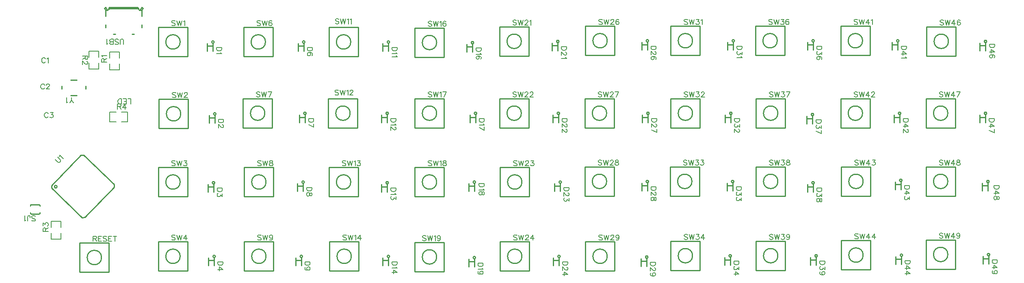
<source format=gto>
G04 Layer: TopSilkscreenLayer*
G04 EasyEDA v6.4.32, 2022-03-07 19:42:49*
G04 6d175750cd924158a65b80fb6ee35e85,2ace594c3a204291bb7abb2ca186b691,10*
G04 Gerber Generator version 0.2*
G04 Scale: 100 percent, Rotated: No, Reflected: No *
G04 Dimensions in millimeters *
G04 leading zeros omitted , absolute positions ,4 integer and 5 decimal *
%FSLAX45Y45*%
%MOMM*%

%ADD10C,0.2540*%
%ADD26C,0.1999*%
%ADD27C,0.1524*%

%LPD*%
D27*
X1151889Y5410707D02*
G01*
X1146555Y5421121D01*
X1136142Y5431536D01*
X1125981Y5436615D01*
X1105154Y5436615D01*
X1094739Y5431536D01*
X1084326Y5421121D01*
X1078992Y5410707D01*
X1073912Y5394960D01*
X1073912Y5369052D01*
X1078992Y5353557D01*
X1084326Y5343144D01*
X1094739Y5332729D01*
X1105154Y5327650D01*
X1125981Y5327650D01*
X1136142Y5332729D01*
X1146555Y5343144D01*
X1151889Y5353557D01*
X1186179Y5415787D02*
G01*
X1196594Y5421121D01*
X1212087Y5436615D01*
X1212087Y5327650D01*
X1132078Y4864613D02*
G01*
X1126744Y4875027D01*
X1116329Y4885441D01*
X1106170Y4890521D01*
X1085342Y4890521D01*
X1074928Y4885441D01*
X1064513Y4875027D01*
X1059179Y4864613D01*
X1054100Y4848865D01*
X1054100Y4822957D01*
X1059179Y4807463D01*
X1064513Y4797049D01*
X1074928Y4786635D01*
X1085342Y4781555D01*
X1106170Y4781555D01*
X1116329Y4786635D01*
X1126744Y4797049D01*
X1132078Y4807463D01*
X1171447Y4864613D02*
G01*
X1171447Y4869693D01*
X1176781Y4880107D01*
X1181862Y4885441D01*
X1192276Y4890521D01*
X1213104Y4890521D01*
X1223518Y4885441D01*
X1228597Y4880107D01*
X1233931Y4869693D01*
X1233931Y4859279D01*
X1228597Y4848865D01*
X1218184Y4833371D01*
X1166368Y4781555D01*
X1239012Y4781555D01*
X1208278Y4267707D02*
G01*
X1202944Y4278121D01*
X1192529Y4288536D01*
X1182370Y4293615D01*
X1161542Y4293615D01*
X1151128Y4288536D01*
X1140713Y4278121D01*
X1135379Y4267707D01*
X1130300Y4251960D01*
X1130300Y4226052D01*
X1135379Y4210557D01*
X1140713Y4200144D01*
X1151128Y4189729D01*
X1161542Y4184650D01*
X1182370Y4184650D01*
X1192529Y4189729D01*
X1202944Y4200144D01*
X1208278Y4210557D01*
X1252981Y4293615D02*
G01*
X1310131Y4293615D01*
X1278889Y4251960D01*
X1294384Y4251960D01*
X1304797Y4246879D01*
X1310131Y4241800D01*
X1315212Y4226052D01*
X1315212Y4215637D01*
X1310131Y4200144D01*
X1299718Y4189729D01*
X1283970Y4184650D01*
X1268476Y4184650D01*
X1252981Y4189729D01*
X1247647Y4194810D01*
X1242568Y4205223D01*
X4827015Y5651500D02*
G01*
X4718050Y5651500D01*
X4827015Y5651500D02*
G01*
X4827015Y5615178D01*
X4821936Y5599429D01*
X4811522Y5589270D01*
X4801108Y5583936D01*
X4785359Y5578855D01*
X4759452Y5578855D01*
X4743958Y5583936D01*
X4733543Y5589270D01*
X4723129Y5599429D01*
X4718050Y5615178D01*
X4718050Y5651500D01*
X4806188Y5544565D02*
G01*
X4811522Y5534152D01*
X4827015Y5518404D01*
X4718050Y5518404D01*
X4865115Y4152900D02*
G01*
X4756150Y4152900D01*
X4865115Y4152900D02*
G01*
X4865115Y4116578D01*
X4860036Y4100829D01*
X4849622Y4090670D01*
X4839208Y4085336D01*
X4823459Y4080255D01*
X4797552Y4080255D01*
X4782058Y4085336D01*
X4771643Y4090670D01*
X4761229Y4100829D01*
X4756150Y4116578D01*
X4756150Y4152900D01*
X4839208Y4040631D02*
G01*
X4844288Y4040631D01*
X4854702Y4035552D01*
X4860036Y4030218D01*
X4865115Y4019804D01*
X4865115Y3999229D01*
X4860036Y3988815D01*
X4854702Y3983481D01*
X4844288Y3978402D01*
X4833874Y3978402D01*
X4823459Y3983481D01*
X4807965Y3993895D01*
X4756150Y4045965D01*
X4756150Y3973068D01*
X4839715Y2717800D02*
G01*
X4730750Y2717800D01*
X4839715Y2717800D02*
G01*
X4839715Y2681478D01*
X4834636Y2665729D01*
X4824222Y2655570D01*
X4813808Y2650236D01*
X4798059Y2645155D01*
X4772152Y2645155D01*
X4756658Y2650236D01*
X4746243Y2655570D01*
X4735829Y2665729D01*
X4730750Y2681478D01*
X4730750Y2717800D01*
X4839715Y2600452D02*
G01*
X4839715Y2543302D01*
X4798059Y2574289D01*
X4798059Y2558795D01*
X4792979Y2548381D01*
X4787900Y2543302D01*
X4772152Y2537968D01*
X4761738Y2537968D01*
X4746243Y2543302D01*
X4735829Y2553715D01*
X4730750Y2569210D01*
X4730750Y2584704D01*
X4735829Y2600452D01*
X4740909Y2605531D01*
X4751324Y2610865D01*
X4852415Y1181100D02*
G01*
X4743450Y1181100D01*
X4852415Y1181100D02*
G01*
X4852415Y1144778D01*
X4847336Y1129029D01*
X4836922Y1118870D01*
X4826508Y1113536D01*
X4810759Y1108455D01*
X4784852Y1108455D01*
X4769358Y1113536D01*
X4758943Y1118870D01*
X4748529Y1129029D01*
X4743450Y1144778D01*
X4743450Y1181100D01*
X4852415Y1022095D02*
G01*
X4779772Y1074165D01*
X4779772Y996187D01*
X4852415Y1022095D02*
G01*
X4743450Y1022095D01*
X6719315Y5651500D02*
G01*
X6610350Y5651500D01*
X6719315Y5651500D02*
G01*
X6719315Y5615178D01*
X6714236Y5599429D01*
X6703822Y5589270D01*
X6693408Y5583936D01*
X6677659Y5578855D01*
X6651752Y5578855D01*
X6636258Y5583936D01*
X6625843Y5589270D01*
X6615429Y5599429D01*
X6610350Y5615178D01*
X6610350Y5651500D01*
X6703822Y5482081D02*
G01*
X6714236Y5487415D01*
X6719315Y5502910D01*
X6719315Y5513323D01*
X6714236Y5528818D01*
X6698488Y5539231D01*
X6672579Y5544565D01*
X6646672Y5544565D01*
X6625843Y5539231D01*
X6615429Y5528818D01*
X6610350Y5513323D01*
X6610350Y5507989D01*
X6615429Y5492495D01*
X6625843Y5482081D01*
X6641338Y5477002D01*
X6646672Y5477002D01*
X6662165Y5482081D01*
X6672579Y5492495D01*
X6677659Y5507989D01*
X6677659Y5513323D01*
X6672579Y5528818D01*
X6662165Y5539231D01*
X6646672Y5544565D01*
X6744715Y4165600D02*
G01*
X6635750Y4165600D01*
X6744715Y4165600D02*
G01*
X6744715Y4129278D01*
X6739636Y4113529D01*
X6729222Y4103370D01*
X6718808Y4098036D01*
X6703059Y4092955D01*
X6677152Y4092955D01*
X6661658Y4098036D01*
X6651243Y4103370D01*
X6640829Y4113529D01*
X6635750Y4129278D01*
X6635750Y4165600D01*
X6744715Y3985768D02*
G01*
X6635750Y4037837D01*
X6744715Y4058665D02*
G01*
X6744715Y3985768D01*
X6706615Y2730500D02*
G01*
X6597650Y2730500D01*
X6706615Y2730500D02*
G01*
X6706615Y2694178D01*
X6701536Y2678429D01*
X6691122Y2668270D01*
X6680708Y2662936D01*
X6664959Y2657855D01*
X6639052Y2657855D01*
X6623558Y2662936D01*
X6613143Y2668270D01*
X6602729Y2678429D01*
X6597650Y2694178D01*
X6597650Y2730500D01*
X6706615Y2597404D02*
G01*
X6701536Y2613152D01*
X6691122Y2618231D01*
X6680708Y2618231D01*
X6670293Y2613152D01*
X6664959Y2602737D01*
X6659879Y2581910D01*
X6654800Y2566415D01*
X6644386Y2556002D01*
X6633972Y2550668D01*
X6618224Y2550668D01*
X6607809Y2556002D01*
X6602729Y2561081D01*
X6597650Y2576829D01*
X6597650Y2597404D01*
X6602729Y2613152D01*
X6607809Y2618231D01*
X6618224Y2623565D01*
X6633972Y2623565D01*
X6644386Y2618231D01*
X6654800Y2607818D01*
X6659879Y2592323D01*
X6664959Y2571495D01*
X6670293Y2561081D01*
X6680708Y2556002D01*
X6691122Y2556002D01*
X6701536Y2561081D01*
X6706615Y2576829D01*
X6706615Y2597404D01*
X6668515Y1181100D02*
G01*
X6559550Y1181100D01*
X6668515Y1181100D02*
G01*
X6668515Y1144778D01*
X6663436Y1129029D01*
X6653022Y1118870D01*
X6642608Y1113536D01*
X6626859Y1108455D01*
X6600952Y1108455D01*
X6585458Y1113536D01*
X6575043Y1118870D01*
X6564629Y1129029D01*
X6559550Y1144778D01*
X6559550Y1181100D01*
X6632193Y1006602D02*
G01*
X6616700Y1011681D01*
X6606286Y1022095D01*
X6600952Y1037589D01*
X6600952Y1042923D01*
X6606286Y1058418D01*
X6616700Y1068831D01*
X6632193Y1074165D01*
X6637274Y1074165D01*
X6653022Y1068831D01*
X6663436Y1058418D01*
X6668515Y1042923D01*
X6668515Y1037589D01*
X6663436Y1022095D01*
X6653022Y1011681D01*
X6632193Y1006602D01*
X6606286Y1006602D01*
X6580124Y1011681D01*
X6564629Y1022095D01*
X6559550Y1037589D01*
X6559550Y1048004D01*
X6564629Y1063752D01*
X6575043Y1068831D01*
X8484615Y5651500D02*
G01*
X8375650Y5651500D01*
X8484615Y5651500D02*
G01*
X8484615Y5615178D01*
X8479536Y5599429D01*
X8469122Y5589270D01*
X8458708Y5583936D01*
X8442959Y5578855D01*
X8417052Y5578855D01*
X8401558Y5583936D01*
X8391143Y5589270D01*
X8380729Y5599429D01*
X8375650Y5615178D01*
X8375650Y5651500D01*
X8463788Y5544565D02*
G01*
X8469122Y5534152D01*
X8484615Y5518404D01*
X8375650Y5518404D01*
X8463788Y5484113D02*
G01*
X8469122Y5473700D01*
X8484615Y5458205D01*
X8375650Y5458205D01*
X8459215Y4165600D02*
G01*
X8350250Y4165600D01*
X8459215Y4165600D02*
G01*
X8459215Y4129278D01*
X8454136Y4113529D01*
X8443722Y4103370D01*
X8433308Y4098036D01*
X8417559Y4092955D01*
X8391652Y4092955D01*
X8376158Y4098036D01*
X8365743Y4103370D01*
X8355329Y4113529D01*
X8350250Y4129278D01*
X8350250Y4165600D01*
X8438388Y4058665D02*
G01*
X8443722Y4048252D01*
X8459215Y4032504D01*
X8350250Y4032504D01*
X8433308Y3993134D02*
G01*
X8438388Y3993134D01*
X8448802Y3987800D01*
X8454136Y3982720D01*
X8459215Y3972305D01*
X8459215Y3951478D01*
X8454136Y3941063D01*
X8448802Y3935984D01*
X8438388Y3930650D01*
X8427974Y3930650D01*
X8417559Y3935984D01*
X8402065Y3946397D01*
X8350250Y3998213D01*
X8350250Y3925570D01*
X8459215Y2717800D02*
G01*
X8350250Y2717800D01*
X8459215Y2717800D02*
G01*
X8459215Y2681478D01*
X8454136Y2665729D01*
X8443722Y2655570D01*
X8433308Y2650236D01*
X8417559Y2645155D01*
X8391652Y2645155D01*
X8376158Y2650236D01*
X8365743Y2655570D01*
X8355329Y2665729D01*
X8350250Y2681478D01*
X8350250Y2717800D01*
X8438388Y2610865D02*
G01*
X8443722Y2600452D01*
X8459215Y2584704D01*
X8350250Y2584704D01*
X8459215Y2540000D02*
G01*
X8459215Y2482850D01*
X8417559Y2514092D01*
X8417559Y2498597D01*
X8412479Y2488184D01*
X8407400Y2482850D01*
X8391652Y2477770D01*
X8381238Y2477770D01*
X8365743Y2482850D01*
X8355329Y2493263D01*
X8350250Y2509012D01*
X8350250Y2524505D01*
X8355329Y2540000D01*
X8360409Y2545334D01*
X8370824Y2550413D01*
X8484615Y1181100D02*
G01*
X8375650Y1181100D01*
X8484615Y1181100D02*
G01*
X8484615Y1144778D01*
X8479536Y1129029D01*
X8469122Y1118870D01*
X8458708Y1113536D01*
X8442959Y1108455D01*
X8417052Y1108455D01*
X8401558Y1113536D01*
X8391143Y1118870D01*
X8380729Y1129029D01*
X8375650Y1144778D01*
X8375650Y1181100D01*
X8463788Y1074165D02*
G01*
X8469122Y1063752D01*
X8484615Y1048004D01*
X8375650Y1048004D01*
X8484615Y961897D02*
G01*
X8411972Y1013713D01*
X8411972Y935989D01*
X8484615Y961897D02*
G01*
X8375650Y961897D01*
X10237215Y5638800D02*
G01*
X10128250Y5638800D01*
X10237215Y5638800D02*
G01*
X10237215Y5602478D01*
X10232136Y5586729D01*
X10221722Y5576570D01*
X10211308Y5571236D01*
X10195559Y5566155D01*
X10169652Y5566155D01*
X10154158Y5571236D01*
X10143743Y5576570D01*
X10133329Y5586729D01*
X10128250Y5602478D01*
X10128250Y5638800D01*
X10216388Y5531865D02*
G01*
X10221722Y5521452D01*
X10237215Y5505704D01*
X10128250Y5505704D01*
X10221722Y5409184D02*
G01*
X10232136Y5414263D01*
X10237215Y5430012D01*
X10237215Y5440426D01*
X10232136Y5455920D01*
X10216388Y5466334D01*
X10190479Y5471413D01*
X10164572Y5471413D01*
X10143743Y5466334D01*
X10133329Y5455920D01*
X10128250Y5440426D01*
X10128250Y5435092D01*
X10133329Y5419597D01*
X10143743Y5409184D01*
X10159238Y5403850D01*
X10164572Y5403850D01*
X10180065Y5409184D01*
X10190479Y5419597D01*
X10195559Y5435092D01*
X10195559Y5440426D01*
X10190479Y5455920D01*
X10180065Y5466334D01*
X10164572Y5471413D01*
X10300715Y4165600D02*
G01*
X10191750Y4165600D01*
X10300715Y4165600D02*
G01*
X10300715Y4129278D01*
X10295636Y4113529D01*
X10285222Y4103370D01*
X10274808Y4098036D01*
X10259059Y4092955D01*
X10233152Y4092955D01*
X10217658Y4098036D01*
X10207243Y4103370D01*
X10196829Y4113529D01*
X10191750Y4129278D01*
X10191750Y4165600D01*
X10279888Y4058665D02*
G01*
X10285222Y4048252D01*
X10300715Y4032504D01*
X10191750Y4032504D01*
X10300715Y3925570D02*
G01*
X10191750Y3977639D01*
X10300715Y3998213D02*
G01*
X10300715Y3925570D01*
X10299039Y2813761D02*
G01*
X10190073Y2813761D01*
X10299039Y2813761D02*
G01*
X10299039Y2777439D01*
X10293959Y2761691D01*
X10283545Y2751531D01*
X10273131Y2746197D01*
X10257383Y2741117D01*
X10231475Y2741117D01*
X10215981Y2746197D01*
X10205567Y2751531D01*
X10195153Y2761691D01*
X10190073Y2777439D01*
X10190073Y2813761D01*
X10278211Y2706827D02*
G01*
X10283545Y2696413D01*
X10299039Y2680665D01*
X10190073Y2680665D01*
X10299039Y2620467D02*
G01*
X10293959Y2635961D01*
X10283545Y2641295D01*
X10273131Y2641295D01*
X10262717Y2635961D01*
X10257383Y2625801D01*
X10252303Y2604973D01*
X10247223Y2589225D01*
X10236809Y2578811D01*
X10226395Y2573731D01*
X10210647Y2573731D01*
X10200233Y2578811D01*
X10195153Y2584145D01*
X10190073Y2599639D01*
X10190073Y2620467D01*
X10195153Y2635961D01*
X10200233Y2641295D01*
X10210647Y2646375D01*
X10226395Y2646375D01*
X10236809Y2641295D01*
X10247223Y2630881D01*
X10252303Y2615387D01*
X10257383Y2594559D01*
X10262717Y2584145D01*
X10273131Y2578811D01*
X10283545Y2578811D01*
X10293959Y2584145D01*
X10299039Y2599639D01*
X10299039Y2620467D01*
X10275315Y1155700D02*
G01*
X10166350Y1155700D01*
X10275315Y1155700D02*
G01*
X10275315Y1119378D01*
X10270236Y1103629D01*
X10259822Y1093470D01*
X10249408Y1088136D01*
X10233659Y1083055D01*
X10207752Y1083055D01*
X10192258Y1088136D01*
X10181843Y1093470D01*
X10171429Y1103629D01*
X10166350Y1119378D01*
X10166350Y1155700D01*
X10254488Y1048765D02*
G01*
X10259822Y1038352D01*
X10275315Y1022604D01*
X10166350Y1022604D01*
X10238993Y920750D02*
G01*
X10223500Y926084D01*
X10213086Y936497D01*
X10207752Y951992D01*
X10207752Y957326D01*
X10213086Y972820D01*
X10223500Y983234D01*
X10238993Y988313D01*
X10244074Y988313D01*
X10259822Y983234D01*
X10270236Y972820D01*
X10275315Y957326D01*
X10275315Y951992D01*
X10270236Y936497D01*
X10259822Y926084D01*
X10238993Y920750D01*
X10213086Y920750D01*
X10186924Y926084D01*
X10171429Y936497D01*
X10166350Y951992D01*
X10166350Y962405D01*
X10171429Y977900D01*
X10181843Y983234D01*
X12015215Y5664200D02*
G01*
X11906250Y5664200D01*
X12015215Y5664200D02*
G01*
X12015215Y5627878D01*
X12010136Y5612129D01*
X11999722Y5601970D01*
X11989308Y5596636D01*
X11973559Y5591555D01*
X11947652Y5591555D01*
X11932158Y5596636D01*
X11921743Y5601970D01*
X11911329Y5612129D01*
X11906250Y5627878D01*
X11906250Y5664200D01*
X11989308Y5551931D02*
G01*
X11994388Y5551931D01*
X12004802Y5546852D01*
X12010136Y5541518D01*
X12015215Y5531104D01*
X12015215Y5510529D01*
X12010136Y5500115D01*
X12004802Y5494781D01*
X11994388Y5489702D01*
X11983974Y5489702D01*
X11973559Y5494781D01*
X11958065Y5505195D01*
X11906250Y5557265D01*
X11906250Y5484368D01*
X11994388Y5450078D02*
G01*
X11999722Y5439663D01*
X12015215Y5424170D01*
X11906250Y5424170D01*
X12027915Y4165600D02*
G01*
X11918950Y4165600D01*
X12027915Y4165600D02*
G01*
X12027915Y4129278D01*
X12022836Y4113529D01*
X12012422Y4103370D01*
X12002008Y4098036D01*
X11986259Y4092955D01*
X11960352Y4092955D01*
X11944858Y4098036D01*
X11934443Y4103370D01*
X11924029Y4113529D01*
X11918950Y4129278D01*
X11918950Y4165600D01*
X12002008Y4053331D02*
G01*
X12007088Y4053331D01*
X12017502Y4048252D01*
X12022836Y4042918D01*
X12027915Y4032504D01*
X12027915Y4011929D01*
X12022836Y4001515D01*
X12017502Y3996181D01*
X12007088Y3991102D01*
X11996674Y3991102D01*
X11986259Y3996181D01*
X11970765Y4006595D01*
X11918950Y4058665D01*
X11918950Y3985768D01*
X12002008Y3946397D02*
G01*
X12007088Y3946397D01*
X12017502Y3941063D01*
X12022836Y3935984D01*
X12027915Y3925570D01*
X12027915Y3904742D01*
X12022836Y3894328D01*
X12017502Y3889247D01*
X12007088Y3883913D01*
X11996674Y3883913D01*
X11986259Y3889247D01*
X11970765Y3899662D01*
X11918950Y3951478D01*
X11918950Y3878834D01*
X12066015Y2730500D02*
G01*
X11957050Y2730500D01*
X12066015Y2730500D02*
G01*
X12066015Y2694178D01*
X12060936Y2678429D01*
X12050522Y2668270D01*
X12040108Y2662936D01*
X12024359Y2657855D01*
X11998452Y2657855D01*
X11982958Y2662936D01*
X11972543Y2668270D01*
X11962129Y2678429D01*
X11957050Y2694178D01*
X11957050Y2730500D01*
X12040108Y2618231D02*
G01*
X12045188Y2618231D01*
X12055602Y2613152D01*
X12060936Y2607818D01*
X12066015Y2597404D01*
X12066015Y2576829D01*
X12060936Y2566415D01*
X12055602Y2561081D01*
X12045188Y2556002D01*
X12034774Y2556002D01*
X12024359Y2561081D01*
X12008865Y2571495D01*
X11957050Y2623565D01*
X11957050Y2550668D01*
X12066015Y2505963D02*
G01*
X12066015Y2448813D01*
X12024359Y2480055D01*
X12024359Y2464562D01*
X12019279Y2454147D01*
X12014200Y2448813D01*
X11998452Y2443734D01*
X11988038Y2443734D01*
X11972543Y2448813D01*
X11962129Y2459228D01*
X11957050Y2474976D01*
X11957050Y2490470D01*
X11962129Y2505963D01*
X11967209Y2511297D01*
X11977624Y2516378D01*
X12040615Y1181100D02*
G01*
X11931650Y1181100D01*
X12040615Y1181100D02*
G01*
X12040615Y1144778D01*
X12035536Y1129029D01*
X12025122Y1118870D01*
X12014708Y1113536D01*
X11998959Y1108455D01*
X11973052Y1108455D01*
X11957558Y1113536D01*
X11947143Y1118870D01*
X11936729Y1129029D01*
X11931650Y1144778D01*
X11931650Y1181100D01*
X12014708Y1068831D02*
G01*
X12019788Y1068831D01*
X12030202Y1063752D01*
X12035536Y1058418D01*
X12040615Y1048004D01*
X12040615Y1027429D01*
X12035536Y1017015D01*
X12030202Y1011681D01*
X12019788Y1006602D01*
X12009374Y1006602D01*
X11998959Y1011681D01*
X11983465Y1022095D01*
X11931650Y1074165D01*
X11931650Y1001268D01*
X12040615Y915162D02*
G01*
X11967972Y966978D01*
X11967972Y889000D01*
X12040615Y915162D02*
G01*
X11931650Y915162D01*
X13882116Y5676900D02*
G01*
X13773150Y5676900D01*
X13882116Y5676900D02*
G01*
X13882116Y5640578D01*
X13877036Y5624829D01*
X13866622Y5614670D01*
X13856208Y5609336D01*
X13840459Y5604255D01*
X13814552Y5604255D01*
X13799058Y5609336D01*
X13788643Y5614670D01*
X13778229Y5624829D01*
X13773150Y5640578D01*
X13773150Y5676900D01*
X13856208Y5564631D02*
G01*
X13861288Y5564631D01*
X13871702Y5559552D01*
X13877036Y5554218D01*
X13882116Y5543804D01*
X13882116Y5523229D01*
X13877036Y5512815D01*
X13871702Y5507481D01*
X13861288Y5502402D01*
X13850874Y5502402D01*
X13840459Y5507481D01*
X13824966Y5517895D01*
X13773150Y5569965D01*
X13773150Y5497068D01*
X13866622Y5400547D02*
G01*
X13877036Y5405628D01*
X13882116Y5421376D01*
X13882116Y5431789D01*
X13877036Y5447284D01*
X13861288Y5457697D01*
X13835379Y5462778D01*
X13809472Y5462778D01*
X13788643Y5457697D01*
X13778229Y5447284D01*
X13773150Y5431789D01*
X13773150Y5426455D01*
X13778229Y5410962D01*
X13788643Y5400547D01*
X13804138Y5395213D01*
X13809472Y5395213D01*
X13824966Y5400547D01*
X13835379Y5410962D01*
X13840459Y5426455D01*
X13840459Y5431789D01*
X13835379Y5447284D01*
X13824966Y5457697D01*
X13809472Y5462778D01*
X13894816Y4165600D02*
G01*
X13785850Y4165600D01*
X13894816Y4165600D02*
G01*
X13894816Y4129278D01*
X13889736Y4113529D01*
X13879322Y4103370D01*
X13868908Y4098036D01*
X13853159Y4092955D01*
X13827252Y4092955D01*
X13811758Y4098036D01*
X13801343Y4103370D01*
X13790929Y4113529D01*
X13785850Y4129278D01*
X13785850Y4165600D01*
X13868908Y4053331D02*
G01*
X13873988Y4053331D01*
X13884402Y4048252D01*
X13889736Y4042918D01*
X13894816Y4032504D01*
X13894816Y4011929D01*
X13889736Y4001515D01*
X13884402Y3996181D01*
X13873988Y3991102D01*
X13863574Y3991102D01*
X13853159Y3996181D01*
X13837666Y4006595D01*
X13785850Y4058665D01*
X13785850Y3985768D01*
X13894816Y3878834D02*
G01*
X13785850Y3930650D01*
X13894816Y3951478D02*
G01*
X13894816Y3878834D01*
X13882116Y2743200D02*
G01*
X13773150Y2743200D01*
X13882116Y2743200D02*
G01*
X13882116Y2706878D01*
X13877036Y2691129D01*
X13866622Y2680970D01*
X13856208Y2675636D01*
X13840459Y2670555D01*
X13814552Y2670555D01*
X13799058Y2675636D01*
X13788643Y2680970D01*
X13778229Y2691129D01*
X13773150Y2706878D01*
X13773150Y2743200D01*
X13856208Y2630931D02*
G01*
X13861288Y2630931D01*
X13871702Y2625852D01*
X13877036Y2620518D01*
X13882116Y2610104D01*
X13882116Y2589529D01*
X13877036Y2579115D01*
X13871702Y2573781D01*
X13861288Y2568702D01*
X13850874Y2568702D01*
X13840459Y2573781D01*
X13824966Y2584195D01*
X13773150Y2636265D01*
X13773150Y2563368D01*
X13882116Y2503170D02*
G01*
X13877036Y2518663D01*
X13866622Y2523997D01*
X13856208Y2523997D01*
X13845793Y2518663D01*
X13840459Y2508250D01*
X13835379Y2487676D01*
X13830300Y2471928D01*
X13819886Y2461513D01*
X13809472Y2456434D01*
X13793724Y2456434D01*
X13783309Y2461513D01*
X13778229Y2466847D01*
X13773150Y2482342D01*
X13773150Y2503170D01*
X13778229Y2518663D01*
X13783309Y2523997D01*
X13793724Y2529078D01*
X13809472Y2529078D01*
X13819886Y2523997D01*
X13830300Y2513584D01*
X13835379Y2498089D01*
X13840459Y2477262D01*
X13845793Y2466847D01*
X13856208Y2461513D01*
X13866622Y2461513D01*
X13877036Y2466847D01*
X13882116Y2482342D01*
X13882116Y2503170D01*
X13869416Y1168400D02*
G01*
X13760450Y1168400D01*
X13869416Y1168400D02*
G01*
X13869416Y1132078D01*
X13864336Y1116329D01*
X13853922Y1106170D01*
X13843508Y1100836D01*
X13827759Y1095755D01*
X13801852Y1095755D01*
X13786358Y1100836D01*
X13775943Y1106170D01*
X13765529Y1116329D01*
X13760450Y1132078D01*
X13760450Y1168400D01*
X13843508Y1056131D02*
G01*
X13848588Y1056131D01*
X13859002Y1051052D01*
X13864336Y1045718D01*
X13869416Y1035304D01*
X13869416Y1014729D01*
X13864336Y1004315D01*
X13859002Y998981D01*
X13848588Y993902D01*
X13838174Y993902D01*
X13827759Y998981D01*
X13812266Y1009395D01*
X13760450Y1061465D01*
X13760450Y988568D01*
X13833093Y886713D02*
G01*
X13817600Y892047D01*
X13807186Y902462D01*
X13801852Y917955D01*
X13801852Y923289D01*
X13807186Y938784D01*
X13817600Y949197D01*
X13833093Y954278D01*
X13838174Y954278D01*
X13853922Y949197D01*
X13864336Y938784D01*
X13869416Y923289D01*
X13869416Y917955D01*
X13864336Y902462D01*
X13853922Y892047D01*
X13833093Y886713D01*
X13807186Y886713D01*
X13781024Y892047D01*
X13765529Y902462D01*
X13760450Y917955D01*
X13760450Y928370D01*
X13765529Y943863D01*
X13775943Y949197D01*
X15672816Y5676900D02*
G01*
X15563850Y5676900D01*
X15672816Y5676900D02*
G01*
X15672816Y5640578D01*
X15667736Y5624829D01*
X15657322Y5614670D01*
X15646908Y5609336D01*
X15631159Y5604255D01*
X15605252Y5604255D01*
X15589758Y5609336D01*
X15579343Y5614670D01*
X15568929Y5624829D01*
X15563850Y5640578D01*
X15563850Y5676900D01*
X15672816Y5559552D02*
G01*
X15672816Y5502402D01*
X15631159Y5533389D01*
X15631159Y5517895D01*
X15626079Y5507481D01*
X15621000Y5502402D01*
X15605252Y5497068D01*
X15594838Y5497068D01*
X15579343Y5502402D01*
X15568929Y5512815D01*
X15563850Y5528310D01*
X15563850Y5543804D01*
X15568929Y5559552D01*
X15574009Y5564631D01*
X15584424Y5569965D01*
X15651988Y5462778D02*
G01*
X15657322Y5452363D01*
X15672816Y5436870D01*
X15563850Y5436870D01*
X15622016Y4165600D02*
G01*
X15513050Y4165600D01*
X15622016Y4165600D02*
G01*
X15622016Y4129278D01*
X15616936Y4113529D01*
X15606522Y4103370D01*
X15596108Y4098036D01*
X15580359Y4092955D01*
X15554452Y4092955D01*
X15538958Y4098036D01*
X15528543Y4103370D01*
X15518129Y4113529D01*
X15513050Y4129278D01*
X15513050Y4165600D01*
X15622016Y4048252D02*
G01*
X15622016Y3991102D01*
X15580359Y4022089D01*
X15580359Y4006595D01*
X15575279Y3996181D01*
X15570200Y3991102D01*
X15554452Y3985768D01*
X15544038Y3985768D01*
X15528543Y3991102D01*
X15518129Y4001515D01*
X15513050Y4017010D01*
X15513050Y4032504D01*
X15518129Y4048252D01*
X15523209Y4053331D01*
X15533624Y4058665D01*
X15596108Y3946397D02*
G01*
X15601188Y3946397D01*
X15611602Y3941063D01*
X15616936Y3935984D01*
X15622016Y3925570D01*
X15622016Y3904742D01*
X15616936Y3894328D01*
X15611602Y3889247D01*
X15601188Y3883913D01*
X15590774Y3883913D01*
X15580359Y3889247D01*
X15564866Y3899662D01*
X15513050Y3951478D01*
X15513050Y3878834D01*
X15660116Y2743200D02*
G01*
X15551150Y2743200D01*
X15660116Y2743200D02*
G01*
X15660116Y2706878D01*
X15655036Y2691129D01*
X15644622Y2680970D01*
X15634208Y2675636D01*
X15618459Y2670555D01*
X15592552Y2670555D01*
X15577058Y2675636D01*
X15566643Y2680970D01*
X15556229Y2691129D01*
X15551150Y2706878D01*
X15551150Y2743200D01*
X15660116Y2625852D02*
G01*
X15660116Y2568702D01*
X15618459Y2599689D01*
X15618459Y2584195D01*
X15613379Y2573781D01*
X15608300Y2568702D01*
X15592552Y2563368D01*
X15582138Y2563368D01*
X15566643Y2568702D01*
X15556229Y2579115D01*
X15551150Y2594610D01*
X15551150Y2610104D01*
X15556229Y2625852D01*
X15561309Y2630931D01*
X15571724Y2636265D01*
X15660116Y2518663D02*
G01*
X15660116Y2461513D01*
X15618459Y2492755D01*
X15618459Y2477262D01*
X15613379Y2466847D01*
X15608300Y2461513D01*
X15592552Y2456434D01*
X15582138Y2456434D01*
X15566643Y2461513D01*
X15556229Y2471928D01*
X15551150Y2487676D01*
X15551150Y2503170D01*
X15556229Y2518663D01*
X15561309Y2523997D01*
X15571724Y2529078D01*
X15609316Y1193800D02*
G01*
X15500350Y1193800D01*
X15609316Y1193800D02*
G01*
X15609316Y1157478D01*
X15604236Y1141729D01*
X15593822Y1131570D01*
X15583408Y1126236D01*
X15567659Y1121155D01*
X15541752Y1121155D01*
X15526258Y1126236D01*
X15515843Y1131570D01*
X15505429Y1141729D01*
X15500350Y1157478D01*
X15500350Y1193800D01*
X15609316Y1076452D02*
G01*
X15609316Y1019302D01*
X15567659Y1050289D01*
X15567659Y1034795D01*
X15562579Y1024381D01*
X15557500Y1019302D01*
X15541752Y1013968D01*
X15531338Y1013968D01*
X15515843Y1019302D01*
X15505429Y1029715D01*
X15500350Y1045210D01*
X15500350Y1060704D01*
X15505429Y1076452D01*
X15510509Y1081531D01*
X15520924Y1086865D01*
X15609316Y927862D02*
G01*
X15536672Y979678D01*
X15536672Y901700D01*
X15609316Y927862D02*
G01*
X15500350Y927862D01*
X17336516Y5676900D02*
G01*
X17227550Y5676900D01*
X17336516Y5676900D02*
G01*
X17336516Y5640578D01*
X17331436Y5624829D01*
X17321022Y5614670D01*
X17310608Y5609336D01*
X17294859Y5604255D01*
X17268952Y5604255D01*
X17253458Y5609336D01*
X17243043Y5614670D01*
X17232629Y5624829D01*
X17227550Y5640578D01*
X17227550Y5676900D01*
X17336516Y5559552D02*
G01*
X17336516Y5502402D01*
X17294859Y5533389D01*
X17294859Y5517895D01*
X17289779Y5507481D01*
X17284700Y5502402D01*
X17268952Y5497068D01*
X17258538Y5497068D01*
X17243043Y5502402D01*
X17232629Y5512815D01*
X17227550Y5528310D01*
X17227550Y5543804D01*
X17232629Y5559552D01*
X17237709Y5564631D01*
X17248124Y5569965D01*
X17321022Y5400547D02*
G01*
X17331436Y5405628D01*
X17336516Y5421376D01*
X17336516Y5431789D01*
X17331436Y5447284D01*
X17315688Y5457697D01*
X17289779Y5462778D01*
X17263872Y5462778D01*
X17243043Y5457697D01*
X17232629Y5447284D01*
X17227550Y5431789D01*
X17227550Y5426455D01*
X17232629Y5410962D01*
X17243043Y5400547D01*
X17258538Y5395213D01*
X17263872Y5395213D01*
X17279366Y5400547D01*
X17289779Y5410962D01*
X17294859Y5426455D01*
X17294859Y5431789D01*
X17289779Y5447284D01*
X17279366Y5457697D01*
X17263872Y5462778D01*
X17323816Y4140200D02*
G01*
X17214850Y4140200D01*
X17323816Y4140200D02*
G01*
X17323816Y4103878D01*
X17318736Y4088129D01*
X17308322Y4077970D01*
X17297908Y4072636D01*
X17282159Y4067555D01*
X17256252Y4067555D01*
X17240758Y4072636D01*
X17230343Y4077970D01*
X17219929Y4088129D01*
X17214850Y4103878D01*
X17214850Y4140200D01*
X17323816Y4022852D02*
G01*
X17323816Y3965702D01*
X17282159Y3996689D01*
X17282159Y3981195D01*
X17277079Y3970781D01*
X17272000Y3965702D01*
X17256252Y3960368D01*
X17245838Y3960368D01*
X17230343Y3965702D01*
X17219929Y3976115D01*
X17214850Y3991610D01*
X17214850Y4007104D01*
X17219929Y4022852D01*
X17225009Y4027931D01*
X17235424Y4033265D01*
X17323816Y3853434D02*
G01*
X17214850Y3905250D01*
X17323816Y3926078D02*
G01*
X17323816Y3853434D01*
X17336516Y2717800D02*
G01*
X17227550Y2717800D01*
X17336516Y2717800D02*
G01*
X17336516Y2681478D01*
X17331436Y2665729D01*
X17321022Y2655570D01*
X17310608Y2650236D01*
X17294859Y2645155D01*
X17268952Y2645155D01*
X17253458Y2650236D01*
X17243043Y2655570D01*
X17232629Y2665729D01*
X17227550Y2681478D01*
X17227550Y2717800D01*
X17336516Y2600452D02*
G01*
X17336516Y2543302D01*
X17294859Y2574289D01*
X17294859Y2558795D01*
X17289779Y2548381D01*
X17284700Y2543302D01*
X17268952Y2537968D01*
X17258538Y2537968D01*
X17243043Y2543302D01*
X17232629Y2553715D01*
X17227550Y2569210D01*
X17227550Y2584704D01*
X17232629Y2600452D01*
X17237709Y2605531D01*
X17248124Y2610865D01*
X17336516Y2477770D02*
G01*
X17331436Y2493263D01*
X17321022Y2498597D01*
X17310608Y2498597D01*
X17300193Y2493263D01*
X17294859Y2482850D01*
X17289779Y2462276D01*
X17284700Y2446528D01*
X17274286Y2436113D01*
X17263872Y2431034D01*
X17248124Y2431034D01*
X17237709Y2436113D01*
X17232629Y2441447D01*
X17227550Y2456942D01*
X17227550Y2477770D01*
X17232629Y2493263D01*
X17237709Y2498597D01*
X17248124Y2503678D01*
X17263872Y2503678D01*
X17274286Y2498597D01*
X17284700Y2488184D01*
X17289779Y2472689D01*
X17294859Y2451862D01*
X17300193Y2441447D01*
X17310608Y2436113D01*
X17321022Y2436113D01*
X17331436Y2441447D01*
X17336516Y2456942D01*
X17336516Y2477770D01*
X17400016Y1193800D02*
G01*
X17291050Y1193800D01*
X17400016Y1193800D02*
G01*
X17400016Y1157478D01*
X17394936Y1141729D01*
X17384522Y1131570D01*
X17374108Y1126236D01*
X17358359Y1121155D01*
X17332452Y1121155D01*
X17316958Y1126236D01*
X17306543Y1131570D01*
X17296129Y1141729D01*
X17291050Y1157478D01*
X17291050Y1193800D01*
X17400016Y1076452D02*
G01*
X17400016Y1019302D01*
X17358359Y1050289D01*
X17358359Y1034795D01*
X17353279Y1024381D01*
X17348200Y1019302D01*
X17332452Y1013968D01*
X17322038Y1013968D01*
X17306543Y1019302D01*
X17296129Y1029715D01*
X17291050Y1045210D01*
X17291050Y1060704D01*
X17296129Y1076452D01*
X17301209Y1081531D01*
X17311624Y1086865D01*
X17363693Y912113D02*
G01*
X17348200Y917447D01*
X17337786Y927862D01*
X17332452Y943355D01*
X17332452Y948689D01*
X17337786Y964184D01*
X17348200Y974597D01*
X17363693Y979678D01*
X17368774Y979678D01*
X17384522Y974597D01*
X17394936Y964184D01*
X17400016Y948689D01*
X17400016Y943355D01*
X17394936Y927862D01*
X17384522Y917447D01*
X17363693Y912113D01*
X17337786Y912113D01*
X17311624Y917447D01*
X17296129Y927862D01*
X17291050Y943355D01*
X17291050Y953770D01*
X17296129Y969263D01*
X17306543Y974597D01*
X19101816Y5676900D02*
G01*
X18992850Y5676900D01*
X19101816Y5676900D02*
G01*
X19101816Y5640578D01*
X19096736Y5624829D01*
X19086322Y5614670D01*
X19075908Y5609336D01*
X19060159Y5604255D01*
X19034252Y5604255D01*
X19018758Y5609336D01*
X19008343Y5614670D01*
X18997929Y5624829D01*
X18992850Y5640578D01*
X18992850Y5676900D01*
X19101816Y5517895D02*
G01*
X19029172Y5569965D01*
X19029172Y5491987D01*
X19101816Y5517895D02*
G01*
X18992850Y5517895D01*
X19080988Y5457697D02*
G01*
X19086322Y5447284D01*
X19101816Y5431789D01*
X18992850Y5431789D01*
X19139916Y4165600D02*
G01*
X19030950Y4165600D01*
X19139916Y4165600D02*
G01*
X19139916Y4129278D01*
X19134836Y4113529D01*
X19124422Y4103370D01*
X19114008Y4098036D01*
X19098259Y4092955D01*
X19072352Y4092955D01*
X19056858Y4098036D01*
X19046443Y4103370D01*
X19036029Y4113529D01*
X19030950Y4129278D01*
X19030950Y4165600D01*
X19139916Y4006595D02*
G01*
X19067272Y4058665D01*
X19067272Y3980687D01*
X19139916Y4006595D02*
G01*
X19030950Y4006595D01*
X19114008Y3941063D02*
G01*
X19119088Y3941063D01*
X19129502Y3935984D01*
X19134836Y3930650D01*
X19139916Y3920489D01*
X19139916Y3899662D01*
X19134836Y3889247D01*
X19129502Y3883913D01*
X19119088Y3878834D01*
X19108674Y3878834D01*
X19098259Y3883913D01*
X19082766Y3894328D01*
X19030950Y3946397D01*
X19030950Y3873500D01*
X19165316Y2768600D02*
G01*
X19056350Y2768600D01*
X19165316Y2768600D02*
G01*
X19165316Y2732278D01*
X19160236Y2716529D01*
X19149822Y2706370D01*
X19139408Y2701036D01*
X19123659Y2695955D01*
X19097752Y2695955D01*
X19082258Y2701036D01*
X19071843Y2706370D01*
X19061429Y2716529D01*
X19056350Y2732278D01*
X19056350Y2768600D01*
X19165316Y2609595D02*
G01*
X19092672Y2661665D01*
X19092672Y2583687D01*
X19165316Y2609595D02*
G01*
X19056350Y2609595D01*
X19165316Y2538984D02*
G01*
X19165316Y2481834D01*
X19123659Y2513076D01*
X19123659Y2497328D01*
X19118579Y2486913D01*
X19113500Y2481834D01*
X19097752Y2476500D01*
X19087338Y2476500D01*
X19071843Y2481834D01*
X19061429Y2492247D01*
X19056350Y2507742D01*
X19056350Y2523489D01*
X19061429Y2538984D01*
X19066509Y2544063D01*
X19076924Y2549397D01*
X19178016Y1206500D02*
G01*
X19069050Y1206500D01*
X19178016Y1206500D02*
G01*
X19178016Y1170178D01*
X19172936Y1154429D01*
X19162522Y1144270D01*
X19152108Y1138936D01*
X19136359Y1133855D01*
X19110452Y1133855D01*
X19094958Y1138936D01*
X19084543Y1144270D01*
X19074129Y1154429D01*
X19069050Y1170178D01*
X19069050Y1206500D01*
X19178016Y1047495D02*
G01*
X19105372Y1099565D01*
X19105372Y1021587D01*
X19178016Y1047495D02*
G01*
X19069050Y1047495D01*
X19178016Y935228D02*
G01*
X19105372Y987297D01*
X19105372Y909320D01*
X19178016Y935228D02*
G01*
X19069050Y935228D01*
X20938413Y5717743D02*
G01*
X20829447Y5717743D01*
X20938413Y5717743D02*
G01*
X20938413Y5681421D01*
X20933333Y5665673D01*
X20922919Y5655513D01*
X20912505Y5650179D01*
X20896757Y5645099D01*
X20870849Y5645099D01*
X20855355Y5650179D01*
X20844941Y5655513D01*
X20834527Y5665673D01*
X20829447Y5681421D01*
X20829447Y5717743D01*
X20938413Y5558739D02*
G01*
X20865769Y5610809D01*
X20865769Y5532831D01*
X20938413Y5558739D02*
G01*
X20829447Y5558739D01*
X20922919Y5436057D02*
G01*
X20933333Y5441391D01*
X20938413Y5456885D01*
X20938413Y5467299D01*
X20933333Y5482793D01*
X20917585Y5493207D01*
X20891677Y5498541D01*
X20865769Y5498541D01*
X20844941Y5493207D01*
X20834527Y5482793D01*
X20829447Y5467299D01*
X20829447Y5462219D01*
X20834527Y5446471D01*
X20844941Y5436057D01*
X20860435Y5430977D01*
X20865769Y5430977D01*
X20881263Y5436057D01*
X20891677Y5446471D01*
X20896757Y5462219D01*
X20896757Y5467299D01*
X20891677Y5482793D01*
X20881263Y5493207D01*
X20865769Y5498541D01*
X20930616Y4165600D02*
G01*
X20821650Y4165600D01*
X20930616Y4165600D02*
G01*
X20930616Y4129278D01*
X20925536Y4113529D01*
X20915122Y4103370D01*
X20904708Y4098036D01*
X20888959Y4092955D01*
X20863052Y4092955D01*
X20847558Y4098036D01*
X20837143Y4103370D01*
X20826729Y4113529D01*
X20821650Y4129278D01*
X20821650Y4165600D01*
X20930616Y4006595D02*
G01*
X20857972Y4058665D01*
X20857972Y3980687D01*
X20930616Y4006595D02*
G01*
X20821650Y4006595D01*
X20930616Y3873500D02*
G01*
X20821650Y3925570D01*
X20930616Y3946397D02*
G01*
X20930616Y3873500D01*
X21032216Y2768600D02*
G01*
X20923250Y2768600D01*
X21032216Y2768600D02*
G01*
X21032216Y2732278D01*
X21027136Y2716529D01*
X21016722Y2706370D01*
X21006308Y2701036D01*
X20990559Y2695955D01*
X20964652Y2695955D01*
X20949158Y2701036D01*
X20938743Y2706370D01*
X20928329Y2716529D01*
X20923250Y2732278D01*
X20923250Y2768600D01*
X21032216Y2609595D02*
G01*
X20959572Y2661665D01*
X20959572Y2583687D01*
X21032216Y2609595D02*
G01*
X20923250Y2609595D01*
X21032216Y2523489D02*
G01*
X21027136Y2538984D01*
X21016722Y2544063D01*
X21006308Y2544063D01*
X20995893Y2538984D01*
X20990559Y2528570D01*
X20985479Y2507742D01*
X20980400Y2492247D01*
X20969986Y2481834D01*
X20959572Y2476500D01*
X20943824Y2476500D01*
X20933409Y2481834D01*
X20928329Y2486913D01*
X20923250Y2502662D01*
X20923250Y2523489D01*
X20928329Y2538984D01*
X20933409Y2544063D01*
X20943824Y2549397D01*
X20959572Y2549397D01*
X20969986Y2544063D01*
X20980400Y2533650D01*
X20985479Y2518155D01*
X20990559Y2497328D01*
X20995893Y2486913D01*
X21006308Y2481834D01*
X21016722Y2481834D01*
X21027136Y2486913D01*
X21032216Y2502662D01*
X21032216Y2523489D01*
X20994116Y1219200D02*
G01*
X20885150Y1219200D01*
X20994116Y1219200D02*
G01*
X20994116Y1182878D01*
X20989036Y1167129D01*
X20978622Y1156970D01*
X20968208Y1151636D01*
X20952459Y1146555D01*
X20926552Y1146555D01*
X20911058Y1151636D01*
X20900643Y1156970D01*
X20890229Y1167129D01*
X20885150Y1182878D01*
X20885150Y1219200D01*
X20994116Y1060195D02*
G01*
X20921472Y1112265D01*
X20921472Y1034287D01*
X20994116Y1060195D02*
G01*
X20885150Y1060195D01*
X20957793Y932434D02*
G01*
X20942300Y937513D01*
X20931886Y947928D01*
X20926552Y963676D01*
X20926552Y968755D01*
X20931886Y984250D01*
X20942300Y994663D01*
X20957793Y999997D01*
X20962874Y999997D01*
X20978622Y994663D01*
X20989036Y984250D01*
X20994116Y968755D01*
X20994116Y963676D01*
X20989036Y947928D01*
X20978622Y937513D01*
X20957793Y932434D01*
X20931886Y932434D01*
X20905724Y937513D01*
X20890229Y947928D01*
X20885150Y963676D01*
X20885150Y974089D01*
X20890229Y989584D01*
X20900643Y994663D01*
X2933700Y4469384D02*
G01*
X2933700Y4578350D01*
X2933700Y4578350D02*
G01*
X2871470Y4578350D01*
X2837179Y4469384D02*
G01*
X2837179Y4578350D01*
X2837179Y4469384D02*
G01*
X2769615Y4469384D01*
X2837179Y4521200D02*
G01*
X2795524Y4521200D01*
X2837179Y4578350D02*
G01*
X2769615Y4578350D01*
X2735325Y4469384D02*
G01*
X2735325Y4578350D01*
X2735325Y4469384D02*
G01*
X2698750Y4469384D01*
X2683256Y4474463D01*
X2672841Y4484878D01*
X2667761Y4495292D01*
X2662427Y4511039D01*
X2662427Y4536947D01*
X2667761Y4552442D01*
X2672841Y4562855D01*
X2683256Y4573270D01*
X2698750Y4578350D01*
X2735325Y4578350D01*
X2323084Y5346700D02*
G01*
X2432050Y5346700D01*
X2323084Y5346700D02*
G01*
X2323084Y5393436D01*
X2328163Y5408929D01*
X2333497Y5414263D01*
X2343911Y5419344D01*
X2354325Y5419344D01*
X2364740Y5414263D01*
X2369820Y5408929D01*
X2374900Y5393436D01*
X2374900Y5346700D01*
X2374900Y5383021D02*
G01*
X2432050Y5419344D01*
X2343911Y5453634D02*
G01*
X2338577Y5464047D01*
X2323084Y5479795D01*
X2432050Y5479795D01*
X2033033Y5473697D02*
G01*
X1924067Y5473697D01*
X2033033Y5473697D02*
G01*
X2033033Y5426961D01*
X2027953Y5411467D01*
X2022619Y5406133D01*
X2012205Y5401053D01*
X2001791Y5401053D01*
X1991377Y5406133D01*
X1986297Y5411467D01*
X1981217Y5426961D01*
X1981217Y5473697D01*
X1981217Y5437375D02*
G01*
X1924067Y5401053D01*
X2007125Y5361429D02*
G01*
X2012205Y5361429D01*
X2022619Y5356349D01*
X2027953Y5351015D01*
X2033033Y5340601D01*
X2033033Y5320027D01*
X2027953Y5309613D01*
X2022619Y5304279D01*
X2012205Y5299199D01*
X2001791Y5299199D01*
X1991377Y5304279D01*
X1975883Y5314693D01*
X1924067Y5366763D01*
X1924067Y5293865D01*
X1103884Y1816100D02*
G01*
X1212850Y1816100D01*
X1103884Y1816100D02*
G01*
X1103884Y1862836D01*
X1108963Y1878329D01*
X1114297Y1883663D01*
X1124712Y1888744D01*
X1135126Y1888744D01*
X1145539Y1883663D01*
X1150620Y1878329D01*
X1155700Y1862836D01*
X1155700Y1816100D01*
X1155700Y1852421D02*
G01*
X1212850Y1888744D01*
X1103884Y1933447D02*
G01*
X1103884Y1990597D01*
X1145539Y1959610D01*
X1145539Y1975104D01*
X1150620Y1985518D01*
X1155700Y1990597D01*
X1171447Y1995931D01*
X1181862Y1995931D01*
X1197355Y1990597D01*
X1207770Y1980184D01*
X1212850Y1964689D01*
X1212850Y1949195D01*
X1207770Y1933447D01*
X1202689Y1928368D01*
X1192276Y1923034D01*
X2654300Y4471415D02*
G01*
X2654300Y4362450D01*
X2654300Y4471415D02*
G01*
X2701036Y4471415D01*
X2716529Y4466336D01*
X2721863Y4461002D01*
X2726943Y4450587D01*
X2726943Y4440173D01*
X2721863Y4429760D01*
X2716529Y4424679D01*
X2701036Y4419600D01*
X2654300Y4419600D01*
X2690622Y4419600D02*
G01*
X2726943Y4362450D01*
X2813304Y4471415D02*
G01*
X2761234Y4398771D01*
X2839211Y4398771D01*
X2813304Y4471415D02*
G01*
X2813304Y4362450D01*
X2146300Y1715515D02*
G01*
X2146300Y1606550D01*
X2146300Y1715515D02*
G01*
X2193036Y1715515D01*
X2208529Y1710436D01*
X2213863Y1705102D01*
X2218943Y1694687D01*
X2218943Y1684273D01*
X2213863Y1673860D01*
X2208529Y1668779D01*
X2193036Y1663700D01*
X2146300Y1663700D01*
X2182622Y1663700D02*
G01*
X2218943Y1606550D01*
X2253234Y1715515D02*
G01*
X2253234Y1606550D01*
X2253234Y1715515D02*
G01*
X2320797Y1715515D01*
X2253234Y1663700D02*
G01*
X2294890Y1663700D01*
X2253234Y1606550D02*
G01*
X2320797Y1606550D01*
X2427986Y1700021D02*
G01*
X2417572Y1710436D01*
X2401824Y1715515D01*
X2381250Y1715515D01*
X2365502Y1710436D01*
X2355088Y1700021D01*
X2355088Y1689607D01*
X2360422Y1679194D01*
X2365502Y1673860D01*
X2375915Y1668779D01*
X2407158Y1658365D01*
X2417572Y1653286D01*
X2422652Y1647952D01*
X2427986Y1637537D01*
X2427986Y1622044D01*
X2417572Y1611629D01*
X2401824Y1606550D01*
X2381250Y1606550D01*
X2365502Y1611629D01*
X2355088Y1622044D01*
X2462275Y1715515D02*
G01*
X2462275Y1606550D01*
X2462275Y1715515D02*
G01*
X2529840Y1715515D01*
X2462275Y1663700D02*
G01*
X2503677Y1663700D01*
X2462275Y1606550D02*
G01*
X2529840Y1606550D01*
X2600452Y1715515D02*
G01*
X2600452Y1606550D01*
X2564129Y1715515D02*
G01*
X2636774Y1715515D01*
X3857243Y6195821D02*
G01*
X3846829Y6206236D01*
X3831336Y6211315D01*
X3810508Y6211315D01*
X3795013Y6206236D01*
X3784600Y6195821D01*
X3784600Y6185407D01*
X3789679Y6174994D01*
X3795013Y6169660D01*
X3805427Y6164579D01*
X3836670Y6154165D01*
X3846829Y6149086D01*
X3852163Y6143752D01*
X3857243Y6133337D01*
X3857243Y6117844D01*
X3846829Y6107429D01*
X3831336Y6102350D01*
X3810508Y6102350D01*
X3795013Y6107429D01*
X3784600Y6117844D01*
X3891534Y6211315D02*
G01*
X3917695Y6102350D01*
X3943604Y6211315D02*
G01*
X3917695Y6102350D01*
X3943604Y6211315D02*
G01*
X3969511Y6102350D01*
X3995420Y6211315D02*
G01*
X3969511Y6102350D01*
X4029709Y6190487D02*
G01*
X4040124Y6195821D01*
X4055872Y6211315D01*
X4055872Y6102350D01*
X3869943Y4697221D02*
G01*
X3859529Y4707636D01*
X3844036Y4712715D01*
X3823208Y4712715D01*
X3807713Y4707636D01*
X3797300Y4697221D01*
X3797300Y4686807D01*
X3802379Y4676394D01*
X3807713Y4671060D01*
X3818127Y4665979D01*
X3849370Y4655565D01*
X3859529Y4650486D01*
X3864863Y4645152D01*
X3869943Y4634737D01*
X3869943Y4619244D01*
X3859529Y4608829D01*
X3844036Y4603750D01*
X3823208Y4603750D01*
X3807713Y4608829D01*
X3797300Y4619244D01*
X3904234Y4712715D02*
G01*
X3930395Y4603750D01*
X3956304Y4712715D02*
G01*
X3930395Y4603750D01*
X3956304Y4712715D02*
G01*
X3982211Y4603750D01*
X4008120Y4712715D02*
G01*
X3982211Y4603750D01*
X4047743Y4686807D02*
G01*
X4047743Y4691887D01*
X4052824Y4702302D01*
X4058158Y4707636D01*
X4068572Y4712715D01*
X4089400Y4712715D01*
X4099559Y4707636D01*
X4104893Y4702302D01*
X4109974Y4691887D01*
X4109974Y4681473D01*
X4104893Y4671060D01*
X4094479Y4655565D01*
X4042409Y4603750D01*
X4115308Y4603750D01*
X3857243Y3274821D02*
G01*
X3846829Y3285236D01*
X3831336Y3290315D01*
X3810508Y3290315D01*
X3795013Y3285236D01*
X3784600Y3274821D01*
X3784600Y3264407D01*
X3789679Y3253994D01*
X3795013Y3248660D01*
X3805427Y3243579D01*
X3836670Y3233165D01*
X3846829Y3228086D01*
X3852163Y3222752D01*
X3857243Y3212337D01*
X3857243Y3196844D01*
X3846829Y3186429D01*
X3831336Y3181350D01*
X3810508Y3181350D01*
X3795013Y3186429D01*
X3784600Y3196844D01*
X3891534Y3290315D02*
G01*
X3917695Y3181350D01*
X3943604Y3290315D02*
G01*
X3917695Y3181350D01*
X3943604Y3290315D02*
G01*
X3969511Y3181350D01*
X3995420Y3290315D02*
G01*
X3969511Y3181350D01*
X4040124Y3290315D02*
G01*
X4097274Y3290315D01*
X4066286Y3248660D01*
X4081779Y3248660D01*
X4092193Y3243579D01*
X4097274Y3238500D01*
X4102608Y3222752D01*
X4102608Y3212337D01*
X4097274Y3196844D01*
X4086859Y3186429D01*
X4071365Y3181350D01*
X4055872Y3181350D01*
X4040124Y3186429D01*
X4035043Y3191510D01*
X4029709Y3201923D01*
X3857243Y1725421D02*
G01*
X3846829Y1735836D01*
X3831336Y1740915D01*
X3810508Y1740915D01*
X3795013Y1735836D01*
X3784600Y1725421D01*
X3784600Y1715007D01*
X3789679Y1704594D01*
X3795013Y1699260D01*
X3805427Y1694179D01*
X3836670Y1683765D01*
X3846829Y1678686D01*
X3852163Y1673352D01*
X3857243Y1662937D01*
X3857243Y1647444D01*
X3846829Y1637029D01*
X3831336Y1631950D01*
X3810508Y1631950D01*
X3795013Y1637029D01*
X3784600Y1647444D01*
X3891534Y1740915D02*
G01*
X3917695Y1631950D01*
X3943604Y1740915D02*
G01*
X3917695Y1631950D01*
X3943604Y1740915D02*
G01*
X3969511Y1631950D01*
X3995420Y1740915D02*
G01*
X3969511Y1631950D01*
X4081779Y1740915D02*
G01*
X4029709Y1668271D01*
X4107688Y1668271D01*
X4081779Y1740915D02*
G01*
X4081779Y1631950D01*
X5635243Y6195821D02*
G01*
X5624829Y6206236D01*
X5609336Y6211315D01*
X5588508Y6211315D01*
X5573013Y6206236D01*
X5562600Y6195821D01*
X5562600Y6185407D01*
X5567679Y6174994D01*
X5573013Y6169660D01*
X5583427Y6164579D01*
X5614670Y6154165D01*
X5624829Y6149086D01*
X5630163Y6143752D01*
X5635243Y6133337D01*
X5635243Y6117844D01*
X5624829Y6107429D01*
X5609336Y6102350D01*
X5588508Y6102350D01*
X5573013Y6107429D01*
X5562600Y6117844D01*
X5669534Y6211315D02*
G01*
X5695695Y6102350D01*
X5721604Y6211315D02*
G01*
X5695695Y6102350D01*
X5721604Y6211315D02*
G01*
X5747511Y6102350D01*
X5773420Y6211315D02*
G01*
X5747511Y6102350D01*
X5870193Y6195821D02*
G01*
X5864859Y6206236D01*
X5849365Y6211315D01*
X5838952Y6211315D01*
X5823458Y6206236D01*
X5813043Y6190487D01*
X5807709Y6164579D01*
X5807709Y6138671D01*
X5813043Y6117844D01*
X5823458Y6107429D01*
X5838952Y6102350D01*
X5844286Y6102350D01*
X5859779Y6107429D01*
X5870193Y6117844D01*
X5875274Y6133337D01*
X5875274Y6138671D01*
X5870193Y6154165D01*
X5859779Y6164579D01*
X5844286Y6169660D01*
X5838952Y6169660D01*
X5823458Y6164579D01*
X5813043Y6154165D01*
X5807709Y6138671D01*
X5622543Y4709921D02*
G01*
X5612129Y4720336D01*
X5596636Y4725415D01*
X5575808Y4725415D01*
X5560313Y4720336D01*
X5549900Y4709921D01*
X5549900Y4699507D01*
X5554979Y4689094D01*
X5560313Y4683760D01*
X5570727Y4678679D01*
X5601970Y4668265D01*
X5612129Y4663186D01*
X5617463Y4657852D01*
X5622543Y4647437D01*
X5622543Y4631944D01*
X5612129Y4621529D01*
X5596636Y4616450D01*
X5575808Y4616450D01*
X5560313Y4621529D01*
X5549900Y4631944D01*
X5656834Y4725415D02*
G01*
X5682995Y4616450D01*
X5708904Y4725415D02*
G01*
X5682995Y4616450D01*
X5708904Y4725415D02*
G01*
X5734811Y4616450D01*
X5760720Y4725415D02*
G01*
X5734811Y4616450D01*
X5867908Y4725415D02*
G01*
X5815838Y4616450D01*
X5795009Y4725415D02*
G01*
X5867908Y4725415D01*
X5647943Y3274821D02*
G01*
X5637529Y3285236D01*
X5622036Y3290315D01*
X5601208Y3290315D01*
X5585713Y3285236D01*
X5575300Y3274821D01*
X5575300Y3264407D01*
X5580379Y3253994D01*
X5585713Y3248660D01*
X5596127Y3243579D01*
X5627370Y3233165D01*
X5637529Y3228086D01*
X5642863Y3222752D01*
X5647943Y3212337D01*
X5647943Y3196844D01*
X5637529Y3186429D01*
X5622036Y3181350D01*
X5601208Y3181350D01*
X5585713Y3186429D01*
X5575300Y3196844D01*
X5682234Y3290315D02*
G01*
X5708395Y3181350D01*
X5734304Y3290315D02*
G01*
X5708395Y3181350D01*
X5734304Y3290315D02*
G01*
X5760211Y3181350D01*
X5786120Y3290315D02*
G01*
X5760211Y3181350D01*
X5846572Y3290315D02*
G01*
X5830824Y3285236D01*
X5825743Y3274821D01*
X5825743Y3264407D01*
X5830824Y3253994D01*
X5841238Y3248660D01*
X5862065Y3243579D01*
X5877559Y3238500D01*
X5887974Y3228086D01*
X5893308Y3217671D01*
X5893308Y3201923D01*
X5887974Y3191510D01*
X5882893Y3186429D01*
X5867400Y3181350D01*
X5846572Y3181350D01*
X5830824Y3186429D01*
X5825743Y3191510D01*
X5820409Y3201923D01*
X5820409Y3217671D01*
X5825743Y3228086D01*
X5836158Y3238500D01*
X5851652Y3243579D01*
X5872479Y3248660D01*
X5882893Y3253994D01*
X5887974Y3264407D01*
X5887974Y3274821D01*
X5882893Y3285236D01*
X5867400Y3290315D01*
X5846572Y3290315D01*
X5647943Y1725421D02*
G01*
X5637529Y1735836D01*
X5622036Y1740915D01*
X5601208Y1740915D01*
X5585713Y1735836D01*
X5575300Y1725421D01*
X5575300Y1715007D01*
X5580379Y1704594D01*
X5585713Y1699260D01*
X5596127Y1694179D01*
X5627370Y1683765D01*
X5637529Y1678686D01*
X5642863Y1673352D01*
X5647943Y1662937D01*
X5647943Y1647444D01*
X5637529Y1637029D01*
X5622036Y1631950D01*
X5601208Y1631950D01*
X5585713Y1637029D01*
X5575300Y1647444D01*
X5682234Y1740915D02*
G01*
X5708395Y1631950D01*
X5734304Y1740915D02*
G01*
X5708395Y1631950D01*
X5734304Y1740915D02*
G01*
X5760211Y1631950D01*
X5786120Y1740915D02*
G01*
X5760211Y1631950D01*
X5887974Y1704594D02*
G01*
X5882893Y1689100D01*
X5872479Y1678686D01*
X5856986Y1673352D01*
X5851652Y1673352D01*
X5836158Y1678686D01*
X5825743Y1689100D01*
X5820409Y1704594D01*
X5820409Y1709673D01*
X5825743Y1725421D01*
X5836158Y1735836D01*
X5851652Y1740915D01*
X5856986Y1740915D01*
X5872479Y1735836D01*
X5882893Y1725421D01*
X5887974Y1704594D01*
X5887974Y1678686D01*
X5882893Y1652523D01*
X5872479Y1637029D01*
X5856986Y1631950D01*
X5846572Y1631950D01*
X5830824Y1637029D01*
X5825743Y1647444D01*
X7268819Y6234937D02*
G01*
X7258405Y6245352D01*
X7242911Y6250431D01*
X7222083Y6250431D01*
X7206589Y6245352D01*
X7196175Y6234937D01*
X7196175Y6224523D01*
X7201255Y6214110D01*
X7206589Y6208776D01*
X7217003Y6203695D01*
X7248245Y6193281D01*
X7258405Y6188202D01*
X7263739Y6182868D01*
X7268819Y6172454D01*
X7268819Y6156960D01*
X7258405Y6146545D01*
X7242911Y6141465D01*
X7222083Y6141465D01*
X7206589Y6146545D01*
X7196175Y6156960D01*
X7303109Y6250431D02*
G01*
X7329271Y6141465D01*
X7355179Y6250431D02*
G01*
X7329271Y6141465D01*
X7355179Y6250431D02*
G01*
X7381087Y6141465D01*
X7406995Y6250431D02*
G01*
X7381087Y6141465D01*
X7441285Y6229604D02*
G01*
X7451699Y6234937D01*
X7467447Y6250431D01*
X7467447Y6141465D01*
X7501737Y6229604D02*
G01*
X7512151Y6234937D01*
X7527645Y6250431D01*
X7527645Y6141465D01*
X7260843Y4748021D02*
G01*
X7250429Y4758436D01*
X7234936Y4763515D01*
X7214108Y4763515D01*
X7198613Y4758436D01*
X7188200Y4748021D01*
X7188200Y4737607D01*
X7193279Y4727194D01*
X7198613Y4721860D01*
X7209027Y4716779D01*
X7240270Y4706365D01*
X7250429Y4701286D01*
X7255763Y4695952D01*
X7260843Y4685537D01*
X7260843Y4670044D01*
X7250429Y4659629D01*
X7234936Y4654550D01*
X7214108Y4654550D01*
X7198613Y4659629D01*
X7188200Y4670044D01*
X7295134Y4763515D02*
G01*
X7321295Y4654550D01*
X7347204Y4763515D02*
G01*
X7321295Y4654550D01*
X7347204Y4763515D02*
G01*
X7373111Y4654550D01*
X7399020Y4763515D02*
G01*
X7373111Y4654550D01*
X7433309Y4742687D02*
G01*
X7443724Y4748021D01*
X7459472Y4763515D01*
X7459472Y4654550D01*
X7498841Y4737607D02*
G01*
X7498841Y4742687D01*
X7504175Y4753102D01*
X7509256Y4758436D01*
X7519670Y4763515D01*
X7540497Y4763515D01*
X7550911Y4758436D01*
X7555991Y4753102D01*
X7561325Y4742687D01*
X7561325Y4732273D01*
X7555991Y4721860D01*
X7545577Y4706365D01*
X7493761Y4654550D01*
X7566406Y4654550D01*
X7413243Y3274821D02*
G01*
X7402829Y3285236D01*
X7387336Y3290315D01*
X7366508Y3290315D01*
X7351013Y3285236D01*
X7340600Y3274821D01*
X7340600Y3264407D01*
X7345679Y3253994D01*
X7351013Y3248660D01*
X7361427Y3243579D01*
X7392670Y3233165D01*
X7402829Y3228086D01*
X7408163Y3222752D01*
X7413243Y3212337D01*
X7413243Y3196844D01*
X7402829Y3186429D01*
X7387336Y3181350D01*
X7366508Y3181350D01*
X7351013Y3186429D01*
X7340600Y3196844D01*
X7447534Y3290315D02*
G01*
X7473695Y3181350D01*
X7499604Y3290315D02*
G01*
X7473695Y3181350D01*
X7499604Y3290315D02*
G01*
X7525511Y3181350D01*
X7551420Y3290315D02*
G01*
X7525511Y3181350D01*
X7585709Y3269487D02*
G01*
X7596124Y3274821D01*
X7611872Y3290315D01*
X7611872Y3181350D01*
X7656575Y3290315D02*
G01*
X7713725Y3290315D01*
X7682484Y3248660D01*
X7697977Y3248660D01*
X7708391Y3243579D01*
X7713725Y3238500D01*
X7718806Y3222752D01*
X7718806Y3212337D01*
X7713725Y3196844D01*
X7703311Y3186429D01*
X7687563Y3181350D01*
X7672070Y3181350D01*
X7656575Y3186429D01*
X7651241Y3191510D01*
X7646161Y3201923D01*
X7425943Y1725421D02*
G01*
X7415529Y1735836D01*
X7400036Y1740915D01*
X7379208Y1740915D01*
X7363713Y1735836D01*
X7353300Y1725421D01*
X7353300Y1715007D01*
X7358379Y1704594D01*
X7363713Y1699260D01*
X7374127Y1694179D01*
X7405370Y1683765D01*
X7415529Y1678686D01*
X7420863Y1673352D01*
X7425943Y1662937D01*
X7425943Y1647444D01*
X7415529Y1637029D01*
X7400036Y1631950D01*
X7379208Y1631950D01*
X7363713Y1637029D01*
X7353300Y1647444D01*
X7460234Y1740915D02*
G01*
X7486395Y1631950D01*
X7512304Y1740915D02*
G01*
X7486395Y1631950D01*
X7512304Y1740915D02*
G01*
X7538211Y1631950D01*
X7564120Y1740915D02*
G01*
X7538211Y1631950D01*
X7598409Y1720087D02*
G01*
X7608824Y1725421D01*
X7624572Y1740915D01*
X7624572Y1631950D01*
X7710677Y1740915D02*
G01*
X7658861Y1668271D01*
X7736840Y1668271D01*
X7710677Y1740915D02*
G01*
X7710677Y1631950D01*
X9203943Y6183121D02*
G01*
X9193529Y6193536D01*
X9178036Y6198615D01*
X9157208Y6198615D01*
X9141713Y6193536D01*
X9131300Y6183121D01*
X9131300Y6172707D01*
X9136379Y6162294D01*
X9141713Y6156960D01*
X9152127Y6151879D01*
X9183370Y6141465D01*
X9193529Y6136386D01*
X9198863Y6131052D01*
X9203943Y6120637D01*
X9203943Y6105144D01*
X9193529Y6094729D01*
X9178036Y6089650D01*
X9157208Y6089650D01*
X9141713Y6094729D01*
X9131300Y6105144D01*
X9238234Y6198615D02*
G01*
X9264395Y6089650D01*
X9290304Y6198615D02*
G01*
X9264395Y6089650D01*
X9290304Y6198615D02*
G01*
X9316211Y6089650D01*
X9342120Y6198615D02*
G01*
X9316211Y6089650D01*
X9376409Y6177787D02*
G01*
X9386824Y6183121D01*
X9402572Y6198615D01*
X9402572Y6089650D01*
X9499091Y6183121D02*
G01*
X9494011Y6193536D01*
X9478263Y6198615D01*
X9467850Y6198615D01*
X9452356Y6193536D01*
X9441941Y6177787D01*
X9436861Y6151879D01*
X9436861Y6125971D01*
X9441941Y6105144D01*
X9452356Y6094729D01*
X9467850Y6089650D01*
X9473184Y6089650D01*
X9488677Y6094729D01*
X9499091Y6105144D01*
X9504425Y6120637D01*
X9504425Y6125971D01*
X9499091Y6141465D01*
X9488677Y6151879D01*
X9473184Y6156960D01*
X9467850Y6156960D01*
X9452356Y6151879D01*
X9441941Y6141465D01*
X9436861Y6125971D01*
X9203943Y4709921D02*
G01*
X9193529Y4720336D01*
X9178036Y4725415D01*
X9157208Y4725415D01*
X9141713Y4720336D01*
X9131300Y4709921D01*
X9131300Y4699507D01*
X9136379Y4689094D01*
X9141713Y4683760D01*
X9152127Y4678679D01*
X9183370Y4668265D01*
X9193529Y4663186D01*
X9198863Y4657852D01*
X9203943Y4647437D01*
X9203943Y4631944D01*
X9193529Y4621529D01*
X9178036Y4616450D01*
X9157208Y4616450D01*
X9141713Y4621529D01*
X9131300Y4631944D01*
X9238234Y4725415D02*
G01*
X9264395Y4616450D01*
X9290304Y4725415D02*
G01*
X9264395Y4616450D01*
X9290304Y4725415D02*
G01*
X9316211Y4616450D01*
X9342120Y4725415D02*
G01*
X9316211Y4616450D01*
X9376409Y4704587D02*
G01*
X9386824Y4709921D01*
X9402572Y4725415D01*
X9402572Y4616450D01*
X9509506Y4725415D02*
G01*
X9457690Y4616450D01*
X9436861Y4725415D02*
G01*
X9509506Y4725415D01*
X9203943Y3274821D02*
G01*
X9193529Y3285236D01*
X9178036Y3290315D01*
X9157208Y3290315D01*
X9141713Y3285236D01*
X9131300Y3274821D01*
X9131300Y3264407D01*
X9136379Y3253994D01*
X9141713Y3248660D01*
X9152127Y3243579D01*
X9183370Y3233165D01*
X9193529Y3228086D01*
X9198863Y3222752D01*
X9203943Y3212337D01*
X9203943Y3196844D01*
X9193529Y3186429D01*
X9178036Y3181350D01*
X9157208Y3181350D01*
X9141713Y3186429D01*
X9131300Y3196844D01*
X9238234Y3290315D02*
G01*
X9264395Y3181350D01*
X9290304Y3290315D02*
G01*
X9264395Y3181350D01*
X9290304Y3290315D02*
G01*
X9316211Y3181350D01*
X9342120Y3290315D02*
G01*
X9316211Y3181350D01*
X9376409Y3269487D02*
G01*
X9386824Y3274821D01*
X9402572Y3290315D01*
X9402572Y3181350D01*
X9462770Y3290315D02*
G01*
X9447275Y3285236D01*
X9441941Y3274821D01*
X9441941Y3264407D01*
X9447275Y3253994D01*
X9457690Y3248660D01*
X9478263Y3243579D01*
X9494011Y3238500D01*
X9504425Y3228086D01*
X9509506Y3217671D01*
X9509506Y3201923D01*
X9504425Y3191510D01*
X9499091Y3186429D01*
X9483597Y3181350D01*
X9462770Y3181350D01*
X9447275Y3186429D01*
X9441941Y3191510D01*
X9436861Y3201923D01*
X9436861Y3217671D01*
X9441941Y3228086D01*
X9452356Y3238500D01*
X9467850Y3243579D01*
X9488677Y3248660D01*
X9499091Y3253994D01*
X9504425Y3264407D01*
X9504425Y3274821D01*
X9499091Y3285236D01*
X9483597Y3290315D01*
X9462770Y3290315D01*
X9084919Y1713737D02*
G01*
X9074505Y1724152D01*
X9059011Y1729231D01*
X9038183Y1729231D01*
X9022689Y1724152D01*
X9012275Y1713737D01*
X9012275Y1703323D01*
X9017355Y1692910D01*
X9022689Y1687576D01*
X9033103Y1682495D01*
X9064345Y1672081D01*
X9074505Y1667002D01*
X9079839Y1661668D01*
X9084919Y1651254D01*
X9084919Y1635760D01*
X9074505Y1625345D01*
X9059011Y1620265D01*
X9038183Y1620265D01*
X9022689Y1625345D01*
X9012275Y1635760D01*
X9119209Y1729231D02*
G01*
X9145371Y1620265D01*
X9171279Y1729231D02*
G01*
X9145371Y1620265D01*
X9171279Y1729231D02*
G01*
X9197187Y1620265D01*
X9223095Y1729231D02*
G01*
X9197187Y1620265D01*
X9257385Y1708404D02*
G01*
X9267799Y1713737D01*
X9283547Y1729231D01*
X9283547Y1620265D01*
X9385401Y1692910D02*
G01*
X9380067Y1677415D01*
X9369653Y1667002D01*
X9354159Y1661668D01*
X9348825Y1661668D01*
X9333331Y1667002D01*
X9322917Y1677415D01*
X9317837Y1692910D01*
X9317837Y1697989D01*
X9322917Y1713737D01*
X9333331Y1724152D01*
X9348825Y1729231D01*
X9354159Y1729231D01*
X9369653Y1724152D01*
X9380067Y1713737D01*
X9385401Y1692910D01*
X9385401Y1667002D01*
X9380067Y1640839D01*
X9369653Y1625345D01*
X9354159Y1620265D01*
X9343745Y1620265D01*
X9328251Y1625345D01*
X9322917Y1635760D01*
X10969243Y6208521D02*
G01*
X10958829Y6218936D01*
X10943336Y6224015D01*
X10922508Y6224015D01*
X10907013Y6218936D01*
X10896600Y6208521D01*
X10896600Y6198107D01*
X10901679Y6187694D01*
X10907013Y6182360D01*
X10917427Y6177279D01*
X10948670Y6166865D01*
X10958829Y6161786D01*
X10964163Y6156452D01*
X10969243Y6146037D01*
X10969243Y6130544D01*
X10958829Y6120129D01*
X10943336Y6115050D01*
X10922508Y6115050D01*
X10907013Y6120129D01*
X10896600Y6130544D01*
X11003534Y6224015D02*
G01*
X11029695Y6115050D01*
X11055604Y6224015D02*
G01*
X11029695Y6115050D01*
X11055604Y6224015D02*
G01*
X11081511Y6115050D01*
X11107420Y6224015D02*
G01*
X11081511Y6115050D01*
X11147043Y6198107D02*
G01*
X11147043Y6203187D01*
X11152124Y6213602D01*
X11157458Y6218936D01*
X11167872Y6224015D01*
X11188700Y6224015D01*
X11198859Y6218936D01*
X11204193Y6213602D01*
X11209274Y6203187D01*
X11209274Y6192773D01*
X11204193Y6182360D01*
X11193779Y6166865D01*
X11141709Y6115050D01*
X11214608Y6115050D01*
X11248897Y6203187D02*
G01*
X11259311Y6208521D01*
X11274806Y6224015D01*
X11274806Y6115050D01*
X10969243Y4709921D02*
G01*
X10958829Y4720336D01*
X10943336Y4725415D01*
X10922508Y4725415D01*
X10907013Y4720336D01*
X10896600Y4709921D01*
X10896600Y4699507D01*
X10901679Y4689094D01*
X10907013Y4683760D01*
X10917427Y4678679D01*
X10948670Y4668265D01*
X10958829Y4663186D01*
X10964163Y4657852D01*
X10969243Y4647437D01*
X10969243Y4631944D01*
X10958829Y4621529D01*
X10943336Y4616450D01*
X10922508Y4616450D01*
X10907013Y4621529D01*
X10896600Y4631944D01*
X11003534Y4725415D02*
G01*
X11029695Y4616450D01*
X11055604Y4725415D02*
G01*
X11029695Y4616450D01*
X11055604Y4725415D02*
G01*
X11081511Y4616450D01*
X11107420Y4725415D02*
G01*
X11081511Y4616450D01*
X11147043Y4699507D02*
G01*
X11147043Y4704587D01*
X11152124Y4715002D01*
X11157458Y4720336D01*
X11167872Y4725415D01*
X11188700Y4725415D01*
X11198859Y4720336D01*
X11204193Y4715002D01*
X11209274Y4704587D01*
X11209274Y4694173D01*
X11204193Y4683760D01*
X11193779Y4668265D01*
X11141709Y4616450D01*
X11214608Y4616450D01*
X11253977Y4699507D02*
G01*
X11253977Y4704587D01*
X11259311Y4715002D01*
X11264391Y4720336D01*
X11274806Y4725415D01*
X11295634Y4725415D01*
X11306047Y4720336D01*
X11311127Y4715002D01*
X11316461Y4704587D01*
X11316461Y4694173D01*
X11311127Y4683760D01*
X11300713Y4668265D01*
X11248897Y4616450D01*
X11321541Y4616450D01*
X10981943Y3274821D02*
G01*
X10971529Y3285236D01*
X10956036Y3290315D01*
X10935208Y3290315D01*
X10919713Y3285236D01*
X10909300Y3274821D01*
X10909300Y3264407D01*
X10914379Y3253994D01*
X10919713Y3248660D01*
X10930127Y3243579D01*
X10961370Y3233165D01*
X10971529Y3228086D01*
X10976863Y3222752D01*
X10981943Y3212337D01*
X10981943Y3196844D01*
X10971529Y3186429D01*
X10956036Y3181350D01*
X10935208Y3181350D01*
X10919713Y3186429D01*
X10909300Y3196844D01*
X11016234Y3290315D02*
G01*
X11042395Y3181350D01*
X11068304Y3290315D02*
G01*
X11042395Y3181350D01*
X11068304Y3290315D02*
G01*
X11094211Y3181350D01*
X11120120Y3290315D02*
G01*
X11094211Y3181350D01*
X11159743Y3264407D02*
G01*
X11159743Y3269487D01*
X11164824Y3279902D01*
X11170158Y3285236D01*
X11180572Y3290315D01*
X11201400Y3290315D01*
X11211559Y3285236D01*
X11216893Y3279902D01*
X11221974Y3269487D01*
X11221974Y3259073D01*
X11216893Y3248660D01*
X11206479Y3233165D01*
X11154409Y3181350D01*
X11227308Y3181350D01*
X11272011Y3290315D02*
G01*
X11329161Y3290315D01*
X11297920Y3248660D01*
X11313413Y3248660D01*
X11323827Y3243579D01*
X11329161Y3238500D01*
X11334241Y3222752D01*
X11334241Y3212337D01*
X11329161Y3196844D01*
X11318747Y3186429D01*
X11303000Y3181350D01*
X11287506Y3181350D01*
X11272011Y3186429D01*
X11266677Y3191510D01*
X11261597Y3201923D01*
X10981943Y1725421D02*
G01*
X10971529Y1735836D01*
X10956036Y1740915D01*
X10935208Y1740915D01*
X10919713Y1735836D01*
X10909300Y1725421D01*
X10909300Y1715007D01*
X10914379Y1704594D01*
X10919713Y1699260D01*
X10930127Y1694179D01*
X10961370Y1683765D01*
X10971529Y1678686D01*
X10976863Y1673352D01*
X10981943Y1662937D01*
X10981943Y1647444D01*
X10971529Y1637029D01*
X10956036Y1631950D01*
X10935208Y1631950D01*
X10919713Y1637029D01*
X10909300Y1647444D01*
X11016234Y1740915D02*
G01*
X11042395Y1631950D01*
X11068304Y1740915D02*
G01*
X11042395Y1631950D01*
X11068304Y1740915D02*
G01*
X11094211Y1631950D01*
X11120120Y1740915D02*
G01*
X11094211Y1631950D01*
X11159743Y1715007D02*
G01*
X11159743Y1720087D01*
X11164824Y1730502D01*
X11170158Y1735836D01*
X11180572Y1740915D01*
X11201400Y1740915D01*
X11211559Y1735836D01*
X11216893Y1730502D01*
X11221974Y1720087D01*
X11221974Y1709673D01*
X11216893Y1699260D01*
X11206479Y1683765D01*
X11154409Y1631950D01*
X11227308Y1631950D01*
X11313413Y1740915D02*
G01*
X11261597Y1668271D01*
X11339575Y1668271D01*
X11313413Y1740915D02*
G01*
X11313413Y1631950D01*
X12759943Y6221221D02*
G01*
X12749529Y6231636D01*
X12734036Y6236715D01*
X12713208Y6236715D01*
X12697713Y6231636D01*
X12687300Y6221221D01*
X12687300Y6210807D01*
X12692379Y6200394D01*
X12697713Y6195060D01*
X12708127Y6189979D01*
X12739370Y6179565D01*
X12749529Y6174486D01*
X12754863Y6169152D01*
X12759943Y6158737D01*
X12759943Y6143244D01*
X12749529Y6132829D01*
X12734036Y6127750D01*
X12713208Y6127750D01*
X12697713Y6132829D01*
X12687300Y6143244D01*
X12794234Y6236715D02*
G01*
X12820395Y6127750D01*
X12846304Y6236715D02*
G01*
X12820395Y6127750D01*
X12846304Y6236715D02*
G01*
X12872211Y6127750D01*
X12898120Y6236715D02*
G01*
X12872211Y6127750D01*
X12937743Y6210807D02*
G01*
X12937743Y6215887D01*
X12942824Y6226302D01*
X12948158Y6231636D01*
X12958572Y6236715D01*
X12979400Y6236715D01*
X12989559Y6231636D01*
X12994893Y6226302D01*
X12999974Y6215887D01*
X12999974Y6205473D01*
X12994893Y6195060D01*
X12984479Y6179565D01*
X12932409Y6127750D01*
X13005308Y6127750D01*
X13101827Y6221221D02*
G01*
X13096747Y6231636D01*
X13081000Y6236715D01*
X13070840Y6236715D01*
X13055091Y6231636D01*
X13044677Y6215887D01*
X13039597Y6189979D01*
X13039597Y6164071D01*
X13044677Y6143244D01*
X13055091Y6132829D01*
X13070840Y6127750D01*
X13075920Y6127750D01*
X13091413Y6132829D01*
X13101827Y6143244D01*
X13107161Y6158737D01*
X13107161Y6164071D01*
X13101827Y6179565D01*
X13091413Y6189979D01*
X13075920Y6195060D01*
X13070840Y6195060D01*
X13055091Y6189979D01*
X13044677Y6179565D01*
X13039597Y6164071D01*
X12747243Y4709921D02*
G01*
X12736829Y4720336D01*
X12721336Y4725415D01*
X12700508Y4725415D01*
X12685013Y4720336D01*
X12674600Y4709921D01*
X12674600Y4699507D01*
X12679679Y4689094D01*
X12685013Y4683760D01*
X12695427Y4678679D01*
X12726670Y4668265D01*
X12736829Y4663186D01*
X12742163Y4657852D01*
X12747243Y4647437D01*
X12747243Y4631944D01*
X12736829Y4621529D01*
X12721336Y4616450D01*
X12700508Y4616450D01*
X12685013Y4621529D01*
X12674600Y4631944D01*
X12781534Y4725415D02*
G01*
X12807695Y4616450D01*
X12833604Y4725415D02*
G01*
X12807695Y4616450D01*
X12833604Y4725415D02*
G01*
X12859511Y4616450D01*
X12885420Y4725415D02*
G01*
X12859511Y4616450D01*
X12925043Y4699507D02*
G01*
X12925043Y4704587D01*
X12930124Y4715002D01*
X12935458Y4720336D01*
X12945872Y4725415D01*
X12966700Y4725415D01*
X12976859Y4720336D01*
X12982193Y4715002D01*
X12987274Y4704587D01*
X12987274Y4694173D01*
X12982193Y4683760D01*
X12971779Y4668265D01*
X12919709Y4616450D01*
X12992608Y4616450D01*
X13099541Y4725415D02*
G01*
X13047725Y4616450D01*
X13026897Y4725415D02*
G01*
X13099541Y4725415D01*
X12747243Y3287521D02*
G01*
X12736829Y3297936D01*
X12721336Y3303015D01*
X12700508Y3303015D01*
X12685013Y3297936D01*
X12674600Y3287521D01*
X12674600Y3277107D01*
X12679679Y3266694D01*
X12685013Y3261360D01*
X12695427Y3256279D01*
X12726670Y3245865D01*
X12736829Y3240786D01*
X12742163Y3235452D01*
X12747243Y3225037D01*
X12747243Y3209544D01*
X12736829Y3199129D01*
X12721336Y3194050D01*
X12700508Y3194050D01*
X12685013Y3199129D01*
X12674600Y3209544D01*
X12781534Y3303015D02*
G01*
X12807695Y3194050D01*
X12833604Y3303015D02*
G01*
X12807695Y3194050D01*
X12833604Y3303015D02*
G01*
X12859511Y3194050D01*
X12885420Y3303015D02*
G01*
X12859511Y3194050D01*
X12925043Y3277107D02*
G01*
X12925043Y3282187D01*
X12930124Y3292602D01*
X12935458Y3297936D01*
X12945872Y3303015D01*
X12966700Y3303015D01*
X12976859Y3297936D01*
X12982193Y3292602D01*
X12987274Y3282187D01*
X12987274Y3271773D01*
X12982193Y3261360D01*
X12971779Y3245865D01*
X12919709Y3194050D01*
X12992608Y3194050D01*
X13052806Y3303015D02*
G01*
X13037311Y3297936D01*
X13031977Y3287521D01*
X13031977Y3277107D01*
X13037311Y3266694D01*
X13047725Y3261360D01*
X13068300Y3256279D01*
X13084047Y3251200D01*
X13094461Y3240786D01*
X13099541Y3230371D01*
X13099541Y3214623D01*
X13094461Y3204210D01*
X13089127Y3199129D01*
X13073634Y3194050D01*
X13052806Y3194050D01*
X13037311Y3199129D01*
X13031977Y3204210D01*
X13026897Y3214623D01*
X13026897Y3230371D01*
X13031977Y3240786D01*
X13042391Y3251200D01*
X13058140Y3256279D01*
X13078713Y3261360D01*
X13089127Y3266694D01*
X13094461Y3277107D01*
X13094461Y3287521D01*
X13089127Y3297936D01*
X13073634Y3303015D01*
X13052806Y3303015D01*
X12759943Y1725421D02*
G01*
X12749529Y1735836D01*
X12734036Y1740915D01*
X12713208Y1740915D01*
X12697713Y1735836D01*
X12687300Y1725421D01*
X12687300Y1715007D01*
X12692379Y1704594D01*
X12697713Y1699260D01*
X12708127Y1694179D01*
X12739370Y1683765D01*
X12749529Y1678686D01*
X12754863Y1673352D01*
X12759943Y1662937D01*
X12759943Y1647444D01*
X12749529Y1637029D01*
X12734036Y1631950D01*
X12713208Y1631950D01*
X12697713Y1637029D01*
X12687300Y1647444D01*
X12794234Y1740915D02*
G01*
X12820395Y1631950D01*
X12846304Y1740915D02*
G01*
X12820395Y1631950D01*
X12846304Y1740915D02*
G01*
X12872211Y1631950D01*
X12898120Y1740915D02*
G01*
X12872211Y1631950D01*
X12937743Y1715007D02*
G01*
X12937743Y1720087D01*
X12942824Y1730502D01*
X12948158Y1735836D01*
X12958572Y1740915D01*
X12979400Y1740915D01*
X12989559Y1735836D01*
X12994893Y1730502D01*
X12999974Y1720087D01*
X12999974Y1709673D01*
X12994893Y1699260D01*
X12984479Y1683765D01*
X12932409Y1631950D01*
X13005308Y1631950D01*
X13107161Y1704594D02*
G01*
X13101827Y1689100D01*
X13091413Y1678686D01*
X13075920Y1673352D01*
X13070840Y1673352D01*
X13055091Y1678686D01*
X13044677Y1689100D01*
X13039597Y1704594D01*
X13039597Y1709673D01*
X13044677Y1725421D01*
X13055091Y1735836D01*
X13070840Y1740915D01*
X13075920Y1740915D01*
X13091413Y1735836D01*
X13101827Y1725421D01*
X13107161Y1704594D01*
X13107161Y1678686D01*
X13101827Y1652523D01*
X13091413Y1637029D01*
X13075920Y1631950D01*
X13065506Y1631950D01*
X13050011Y1637029D01*
X13044677Y1647444D01*
X14537943Y6221221D02*
G01*
X14527529Y6231636D01*
X14512036Y6236715D01*
X14491208Y6236715D01*
X14475713Y6231636D01*
X14465300Y6221221D01*
X14465300Y6210807D01*
X14470379Y6200394D01*
X14475713Y6195060D01*
X14486127Y6189979D01*
X14517370Y6179565D01*
X14527529Y6174486D01*
X14532863Y6169152D01*
X14537943Y6158737D01*
X14537943Y6143244D01*
X14527529Y6132829D01*
X14512036Y6127750D01*
X14491208Y6127750D01*
X14475713Y6132829D01*
X14465300Y6143244D01*
X14572234Y6236715D02*
G01*
X14598395Y6127750D01*
X14624304Y6236715D02*
G01*
X14598395Y6127750D01*
X14624304Y6236715D02*
G01*
X14650211Y6127750D01*
X14676120Y6236715D02*
G01*
X14650211Y6127750D01*
X14720824Y6236715D02*
G01*
X14777974Y6236715D01*
X14746986Y6195060D01*
X14762479Y6195060D01*
X14772893Y6189979D01*
X14777974Y6184900D01*
X14783308Y6169152D01*
X14783308Y6158737D01*
X14777974Y6143244D01*
X14767559Y6132829D01*
X14752066Y6127750D01*
X14736572Y6127750D01*
X14720824Y6132829D01*
X14715743Y6137910D01*
X14710409Y6148323D01*
X14817597Y6215887D02*
G01*
X14828011Y6221221D01*
X14843506Y6236715D01*
X14843506Y6127750D01*
X14537943Y4709921D02*
G01*
X14527529Y4720336D01*
X14512036Y4725415D01*
X14491208Y4725415D01*
X14475713Y4720336D01*
X14465300Y4709921D01*
X14465300Y4699507D01*
X14470379Y4689094D01*
X14475713Y4683760D01*
X14486127Y4678679D01*
X14517370Y4668265D01*
X14527529Y4663186D01*
X14532863Y4657852D01*
X14537943Y4647437D01*
X14537943Y4631944D01*
X14527529Y4621529D01*
X14512036Y4616450D01*
X14491208Y4616450D01*
X14475713Y4621529D01*
X14465300Y4631944D01*
X14572234Y4725415D02*
G01*
X14598395Y4616450D01*
X14624304Y4725415D02*
G01*
X14598395Y4616450D01*
X14624304Y4725415D02*
G01*
X14650211Y4616450D01*
X14676120Y4725415D02*
G01*
X14650211Y4616450D01*
X14720824Y4725415D02*
G01*
X14777974Y4725415D01*
X14746986Y4683760D01*
X14762479Y4683760D01*
X14772893Y4678679D01*
X14777974Y4673600D01*
X14783308Y4657852D01*
X14783308Y4647437D01*
X14777974Y4631944D01*
X14767559Y4621529D01*
X14752066Y4616450D01*
X14736572Y4616450D01*
X14720824Y4621529D01*
X14715743Y4626610D01*
X14710409Y4637023D01*
X14822677Y4699507D02*
G01*
X14822677Y4704587D01*
X14828011Y4715002D01*
X14833091Y4720336D01*
X14843506Y4725415D01*
X14864334Y4725415D01*
X14874747Y4720336D01*
X14879827Y4715002D01*
X14885161Y4704587D01*
X14885161Y4694173D01*
X14879827Y4683760D01*
X14869413Y4668265D01*
X14817597Y4616450D01*
X14890241Y4616450D01*
X14525243Y3287521D02*
G01*
X14514829Y3297936D01*
X14499336Y3303015D01*
X14478508Y3303015D01*
X14463013Y3297936D01*
X14452600Y3287521D01*
X14452600Y3277107D01*
X14457679Y3266694D01*
X14463013Y3261360D01*
X14473427Y3256279D01*
X14504670Y3245865D01*
X14514829Y3240786D01*
X14520163Y3235452D01*
X14525243Y3225037D01*
X14525243Y3209544D01*
X14514829Y3199129D01*
X14499336Y3194050D01*
X14478508Y3194050D01*
X14463013Y3199129D01*
X14452600Y3209544D01*
X14559534Y3303015D02*
G01*
X14585695Y3194050D01*
X14611604Y3303015D02*
G01*
X14585695Y3194050D01*
X14611604Y3303015D02*
G01*
X14637511Y3194050D01*
X14663420Y3303015D02*
G01*
X14637511Y3194050D01*
X14708124Y3303015D02*
G01*
X14765274Y3303015D01*
X14734286Y3261360D01*
X14749779Y3261360D01*
X14760193Y3256279D01*
X14765274Y3251200D01*
X14770608Y3235452D01*
X14770608Y3225037D01*
X14765274Y3209544D01*
X14754859Y3199129D01*
X14739366Y3194050D01*
X14723872Y3194050D01*
X14708124Y3199129D01*
X14703043Y3204210D01*
X14697709Y3214623D01*
X14815311Y3303015D02*
G01*
X14872461Y3303015D01*
X14841220Y3261360D01*
X14856713Y3261360D01*
X14867127Y3256279D01*
X14872461Y3251200D01*
X14877541Y3235452D01*
X14877541Y3225037D01*
X14872461Y3209544D01*
X14862047Y3199129D01*
X14846300Y3194050D01*
X14830806Y3194050D01*
X14815311Y3199129D01*
X14809977Y3204210D01*
X14804897Y3214623D01*
X14537943Y1738121D02*
G01*
X14527529Y1748536D01*
X14512036Y1753615D01*
X14491208Y1753615D01*
X14475713Y1748536D01*
X14465300Y1738121D01*
X14465300Y1727707D01*
X14470379Y1717294D01*
X14475713Y1711960D01*
X14486127Y1706879D01*
X14517370Y1696465D01*
X14527529Y1691386D01*
X14532863Y1686052D01*
X14537943Y1675637D01*
X14537943Y1660144D01*
X14527529Y1649729D01*
X14512036Y1644650D01*
X14491208Y1644650D01*
X14475713Y1649729D01*
X14465300Y1660144D01*
X14572234Y1753615D02*
G01*
X14598395Y1644650D01*
X14624304Y1753615D02*
G01*
X14598395Y1644650D01*
X14624304Y1753615D02*
G01*
X14650211Y1644650D01*
X14676120Y1753615D02*
G01*
X14650211Y1644650D01*
X14720824Y1753615D02*
G01*
X14777974Y1753615D01*
X14746986Y1711960D01*
X14762479Y1711960D01*
X14772893Y1706879D01*
X14777974Y1701800D01*
X14783308Y1686052D01*
X14783308Y1675637D01*
X14777974Y1660144D01*
X14767559Y1649729D01*
X14752066Y1644650D01*
X14736572Y1644650D01*
X14720824Y1649729D01*
X14715743Y1654810D01*
X14710409Y1665223D01*
X14869413Y1753615D02*
G01*
X14817597Y1680971D01*
X14895575Y1680971D01*
X14869413Y1753615D02*
G01*
X14869413Y1644650D01*
X16303243Y6221221D02*
G01*
X16292829Y6231636D01*
X16277336Y6236715D01*
X16256508Y6236715D01*
X16241013Y6231636D01*
X16230600Y6221221D01*
X16230600Y6210807D01*
X16235679Y6200394D01*
X16241013Y6195060D01*
X16251427Y6189979D01*
X16282670Y6179565D01*
X16292829Y6174486D01*
X16298163Y6169152D01*
X16303243Y6158737D01*
X16303243Y6143244D01*
X16292829Y6132829D01*
X16277336Y6127750D01*
X16256508Y6127750D01*
X16241013Y6132829D01*
X16230600Y6143244D01*
X16337534Y6236715D02*
G01*
X16363695Y6127750D01*
X16389604Y6236715D02*
G01*
X16363695Y6127750D01*
X16389604Y6236715D02*
G01*
X16415511Y6127750D01*
X16441420Y6236715D02*
G01*
X16415511Y6127750D01*
X16486124Y6236715D02*
G01*
X16543274Y6236715D01*
X16512286Y6195060D01*
X16527779Y6195060D01*
X16538193Y6189979D01*
X16543274Y6184900D01*
X16548608Y6169152D01*
X16548608Y6158737D01*
X16543274Y6143244D01*
X16532859Y6132829D01*
X16517366Y6127750D01*
X16501872Y6127750D01*
X16486124Y6132829D01*
X16481043Y6137910D01*
X16475709Y6148323D01*
X16645127Y6221221D02*
G01*
X16640047Y6231636D01*
X16624300Y6236715D01*
X16614140Y6236715D01*
X16598391Y6231636D01*
X16587977Y6215887D01*
X16582897Y6189979D01*
X16582897Y6164071D01*
X16587977Y6143244D01*
X16598391Y6132829D01*
X16614140Y6127750D01*
X16619220Y6127750D01*
X16634713Y6132829D01*
X16645127Y6143244D01*
X16650461Y6158737D01*
X16650461Y6164071D01*
X16645127Y6179565D01*
X16634713Y6189979D01*
X16619220Y6195060D01*
X16614140Y6195060D01*
X16598391Y6189979D01*
X16587977Y6179565D01*
X16582897Y6164071D01*
X16315943Y4709921D02*
G01*
X16305529Y4720336D01*
X16290036Y4725415D01*
X16269208Y4725415D01*
X16253713Y4720336D01*
X16243300Y4709921D01*
X16243300Y4699507D01*
X16248379Y4689094D01*
X16253713Y4683760D01*
X16264127Y4678679D01*
X16295370Y4668265D01*
X16305529Y4663186D01*
X16310863Y4657852D01*
X16315943Y4647437D01*
X16315943Y4631944D01*
X16305529Y4621529D01*
X16290036Y4616450D01*
X16269208Y4616450D01*
X16253713Y4621529D01*
X16243300Y4631944D01*
X16350234Y4725415D02*
G01*
X16376395Y4616450D01*
X16402304Y4725415D02*
G01*
X16376395Y4616450D01*
X16402304Y4725415D02*
G01*
X16428211Y4616450D01*
X16454120Y4725415D02*
G01*
X16428211Y4616450D01*
X16498824Y4725415D02*
G01*
X16555974Y4725415D01*
X16524986Y4683760D01*
X16540479Y4683760D01*
X16550893Y4678679D01*
X16555974Y4673600D01*
X16561308Y4657852D01*
X16561308Y4647437D01*
X16555974Y4631944D01*
X16545559Y4621529D01*
X16530066Y4616450D01*
X16514572Y4616450D01*
X16498824Y4621529D01*
X16493743Y4626610D01*
X16488409Y4637023D01*
X16668241Y4725415D02*
G01*
X16616425Y4616450D01*
X16595597Y4725415D02*
G01*
X16668241Y4725415D01*
X16315943Y3287521D02*
G01*
X16305529Y3297936D01*
X16290036Y3303015D01*
X16269208Y3303015D01*
X16253713Y3297936D01*
X16243300Y3287521D01*
X16243300Y3277107D01*
X16248379Y3266694D01*
X16253713Y3261360D01*
X16264127Y3256279D01*
X16295370Y3245865D01*
X16305529Y3240786D01*
X16310863Y3235452D01*
X16315943Y3225037D01*
X16315943Y3209544D01*
X16305529Y3199129D01*
X16290036Y3194050D01*
X16269208Y3194050D01*
X16253713Y3199129D01*
X16243300Y3209544D01*
X16350234Y3303015D02*
G01*
X16376395Y3194050D01*
X16402304Y3303015D02*
G01*
X16376395Y3194050D01*
X16402304Y3303015D02*
G01*
X16428211Y3194050D01*
X16454120Y3303015D02*
G01*
X16428211Y3194050D01*
X16498824Y3303015D02*
G01*
X16555974Y3303015D01*
X16524986Y3261360D01*
X16540479Y3261360D01*
X16550893Y3256279D01*
X16555974Y3251200D01*
X16561308Y3235452D01*
X16561308Y3225037D01*
X16555974Y3209544D01*
X16545559Y3199129D01*
X16530066Y3194050D01*
X16514572Y3194050D01*
X16498824Y3199129D01*
X16493743Y3204210D01*
X16488409Y3214623D01*
X16621506Y3303015D02*
G01*
X16606011Y3297936D01*
X16600677Y3287521D01*
X16600677Y3277107D01*
X16606011Y3266694D01*
X16616425Y3261360D01*
X16637000Y3256279D01*
X16652747Y3251200D01*
X16663161Y3240786D01*
X16668241Y3230371D01*
X16668241Y3214623D01*
X16663161Y3204210D01*
X16657827Y3199129D01*
X16642334Y3194050D01*
X16621506Y3194050D01*
X16606011Y3199129D01*
X16600677Y3204210D01*
X16595597Y3214623D01*
X16595597Y3230371D01*
X16600677Y3240786D01*
X16611091Y3251200D01*
X16626840Y3256279D01*
X16647413Y3261360D01*
X16657827Y3266694D01*
X16663161Y3277107D01*
X16663161Y3287521D01*
X16657827Y3297936D01*
X16642334Y3303015D01*
X16621506Y3303015D01*
X16315943Y1738121D02*
G01*
X16305529Y1748536D01*
X16290036Y1753615D01*
X16269208Y1753615D01*
X16253713Y1748536D01*
X16243300Y1738121D01*
X16243300Y1727707D01*
X16248379Y1717294D01*
X16253713Y1711960D01*
X16264127Y1706879D01*
X16295370Y1696465D01*
X16305529Y1691386D01*
X16310863Y1686052D01*
X16315943Y1675637D01*
X16315943Y1660144D01*
X16305529Y1649729D01*
X16290036Y1644650D01*
X16269208Y1644650D01*
X16253713Y1649729D01*
X16243300Y1660144D01*
X16350234Y1753615D02*
G01*
X16376395Y1644650D01*
X16402304Y1753615D02*
G01*
X16376395Y1644650D01*
X16402304Y1753615D02*
G01*
X16428211Y1644650D01*
X16454120Y1753615D02*
G01*
X16428211Y1644650D01*
X16498824Y1753615D02*
G01*
X16555974Y1753615D01*
X16524986Y1711960D01*
X16540479Y1711960D01*
X16550893Y1706879D01*
X16555974Y1701800D01*
X16561308Y1686052D01*
X16561308Y1675637D01*
X16555974Y1660144D01*
X16545559Y1649729D01*
X16530066Y1644650D01*
X16514572Y1644650D01*
X16498824Y1649729D01*
X16493743Y1654810D01*
X16488409Y1665223D01*
X16663161Y1717294D02*
G01*
X16657827Y1701800D01*
X16647413Y1691386D01*
X16631920Y1686052D01*
X16626840Y1686052D01*
X16611091Y1691386D01*
X16600677Y1701800D01*
X16595597Y1717294D01*
X16595597Y1722373D01*
X16600677Y1738121D01*
X16611091Y1748536D01*
X16626840Y1753615D01*
X16631920Y1753615D01*
X16647413Y1748536D01*
X16657827Y1738121D01*
X16663161Y1717294D01*
X16663161Y1691386D01*
X16657827Y1665223D01*
X16647413Y1649729D01*
X16631920Y1644650D01*
X16621506Y1644650D01*
X16606011Y1649729D01*
X16600677Y1660144D01*
X18081243Y6221221D02*
G01*
X18070829Y6231636D01*
X18055336Y6236715D01*
X18034508Y6236715D01*
X18019013Y6231636D01*
X18008600Y6221221D01*
X18008600Y6210807D01*
X18013679Y6200394D01*
X18019013Y6195060D01*
X18029427Y6189979D01*
X18060670Y6179565D01*
X18070829Y6174486D01*
X18076163Y6169152D01*
X18081243Y6158737D01*
X18081243Y6143244D01*
X18070829Y6132829D01*
X18055336Y6127750D01*
X18034508Y6127750D01*
X18019013Y6132829D01*
X18008600Y6143244D01*
X18115534Y6236715D02*
G01*
X18141695Y6127750D01*
X18167604Y6236715D02*
G01*
X18141695Y6127750D01*
X18167604Y6236715D02*
G01*
X18193511Y6127750D01*
X18219420Y6236715D02*
G01*
X18193511Y6127750D01*
X18305779Y6236715D02*
G01*
X18253709Y6164071D01*
X18331688Y6164071D01*
X18305779Y6236715D02*
G01*
X18305779Y6127750D01*
X18365977Y6215887D02*
G01*
X18376391Y6221221D01*
X18392140Y6236715D01*
X18392140Y6127750D01*
X18081243Y4709921D02*
G01*
X18070829Y4720336D01*
X18055336Y4725415D01*
X18034508Y4725415D01*
X18019013Y4720336D01*
X18008600Y4709921D01*
X18008600Y4699507D01*
X18013679Y4689094D01*
X18019013Y4683760D01*
X18029427Y4678679D01*
X18060670Y4668265D01*
X18070829Y4663186D01*
X18076163Y4657852D01*
X18081243Y4647437D01*
X18081243Y4631944D01*
X18070829Y4621529D01*
X18055336Y4616450D01*
X18034508Y4616450D01*
X18019013Y4621529D01*
X18008600Y4631944D01*
X18115534Y4725415D02*
G01*
X18141695Y4616450D01*
X18167604Y4725415D02*
G01*
X18141695Y4616450D01*
X18167604Y4725415D02*
G01*
X18193511Y4616450D01*
X18219420Y4725415D02*
G01*
X18193511Y4616450D01*
X18305779Y4725415D02*
G01*
X18253709Y4652771D01*
X18331688Y4652771D01*
X18305779Y4725415D02*
G01*
X18305779Y4616450D01*
X18371311Y4699507D02*
G01*
X18371311Y4704587D01*
X18376391Y4715002D01*
X18381725Y4720336D01*
X18392140Y4725415D01*
X18412713Y4725415D01*
X18423127Y4720336D01*
X18428461Y4715002D01*
X18433541Y4704587D01*
X18433541Y4694173D01*
X18428461Y4683760D01*
X18418048Y4668265D01*
X18365977Y4616450D01*
X18438875Y4616450D01*
X18093943Y3287521D02*
G01*
X18083529Y3297936D01*
X18068036Y3303015D01*
X18047208Y3303015D01*
X18031713Y3297936D01*
X18021300Y3287521D01*
X18021300Y3277107D01*
X18026379Y3266694D01*
X18031713Y3261360D01*
X18042127Y3256279D01*
X18073370Y3245865D01*
X18083529Y3240786D01*
X18088863Y3235452D01*
X18093943Y3225037D01*
X18093943Y3209544D01*
X18083529Y3199129D01*
X18068036Y3194050D01*
X18047208Y3194050D01*
X18031713Y3199129D01*
X18021300Y3209544D01*
X18128234Y3303015D02*
G01*
X18154395Y3194050D01*
X18180304Y3303015D02*
G01*
X18154395Y3194050D01*
X18180304Y3303015D02*
G01*
X18206211Y3194050D01*
X18232120Y3303015D02*
G01*
X18206211Y3194050D01*
X18318479Y3303015D02*
G01*
X18266409Y3230371D01*
X18344388Y3230371D01*
X18318479Y3303015D02*
G01*
X18318479Y3194050D01*
X18389091Y3303015D02*
G01*
X18446241Y3303015D01*
X18415000Y3261360D01*
X18430748Y3261360D01*
X18441161Y3256279D01*
X18446241Y3251200D01*
X18451575Y3235452D01*
X18451575Y3225037D01*
X18446241Y3209544D01*
X18435827Y3199129D01*
X18420334Y3194050D01*
X18404840Y3194050D01*
X18389091Y3199129D01*
X18384011Y3204210D01*
X18378677Y3214623D01*
X18093943Y1750821D02*
G01*
X18083529Y1761236D01*
X18068036Y1766315D01*
X18047208Y1766315D01*
X18031713Y1761236D01*
X18021300Y1750821D01*
X18021300Y1740407D01*
X18026379Y1729994D01*
X18031713Y1724660D01*
X18042127Y1719579D01*
X18073370Y1709165D01*
X18083529Y1704086D01*
X18088863Y1698752D01*
X18093943Y1688337D01*
X18093943Y1672844D01*
X18083529Y1662429D01*
X18068036Y1657350D01*
X18047208Y1657350D01*
X18031713Y1662429D01*
X18021300Y1672844D01*
X18128234Y1766315D02*
G01*
X18154395Y1657350D01*
X18180304Y1766315D02*
G01*
X18154395Y1657350D01*
X18180304Y1766315D02*
G01*
X18206211Y1657350D01*
X18232120Y1766315D02*
G01*
X18206211Y1657350D01*
X18318479Y1766315D02*
G01*
X18266409Y1693671D01*
X18344388Y1693671D01*
X18318479Y1766315D02*
G01*
X18318479Y1657350D01*
X18430748Y1766315D02*
G01*
X18378677Y1693671D01*
X18456656Y1693671D01*
X18430748Y1766315D02*
G01*
X18430748Y1657350D01*
X19871943Y6208521D02*
G01*
X19861529Y6218936D01*
X19846036Y6224015D01*
X19825208Y6224015D01*
X19809713Y6218936D01*
X19799300Y6208521D01*
X19799300Y6198107D01*
X19804379Y6187694D01*
X19809713Y6182360D01*
X19820127Y6177279D01*
X19851370Y6166865D01*
X19861529Y6161786D01*
X19866863Y6156452D01*
X19871943Y6146037D01*
X19871943Y6130544D01*
X19861529Y6120129D01*
X19846036Y6115050D01*
X19825208Y6115050D01*
X19809713Y6120129D01*
X19799300Y6130544D01*
X19906234Y6224015D02*
G01*
X19932395Y6115050D01*
X19958304Y6224015D02*
G01*
X19932395Y6115050D01*
X19958304Y6224015D02*
G01*
X19984211Y6115050D01*
X20010120Y6224015D02*
G01*
X19984211Y6115050D01*
X20096479Y6224015D02*
G01*
X20044409Y6151371D01*
X20122388Y6151371D01*
X20096479Y6224015D02*
G01*
X20096479Y6115050D01*
X20219161Y6208521D02*
G01*
X20213827Y6218936D01*
X20198334Y6224015D01*
X20187920Y6224015D01*
X20172425Y6218936D01*
X20162011Y6203187D01*
X20156677Y6177279D01*
X20156677Y6151371D01*
X20162011Y6130544D01*
X20172425Y6120129D01*
X20187920Y6115050D01*
X20193000Y6115050D01*
X20208748Y6120129D01*
X20219161Y6130544D01*
X20224241Y6146037D01*
X20224241Y6151371D01*
X20219161Y6166865D01*
X20208748Y6177279D01*
X20193000Y6182360D01*
X20187920Y6182360D01*
X20172425Y6177279D01*
X20162011Y6166865D01*
X20156677Y6151371D01*
X19859243Y4709921D02*
G01*
X19848829Y4720336D01*
X19833336Y4725415D01*
X19812508Y4725415D01*
X19797013Y4720336D01*
X19786600Y4709921D01*
X19786600Y4699507D01*
X19791679Y4689094D01*
X19797013Y4683760D01*
X19807427Y4678679D01*
X19838670Y4668265D01*
X19848829Y4663186D01*
X19854163Y4657852D01*
X19859243Y4647437D01*
X19859243Y4631944D01*
X19848829Y4621529D01*
X19833336Y4616450D01*
X19812508Y4616450D01*
X19797013Y4621529D01*
X19786600Y4631944D01*
X19893534Y4725415D02*
G01*
X19919695Y4616450D01*
X19945604Y4725415D02*
G01*
X19919695Y4616450D01*
X19945604Y4725415D02*
G01*
X19971511Y4616450D01*
X19997420Y4725415D02*
G01*
X19971511Y4616450D01*
X20083779Y4725415D02*
G01*
X20031709Y4652771D01*
X20109688Y4652771D01*
X20083779Y4725415D02*
G01*
X20083779Y4616450D01*
X20216875Y4725415D02*
G01*
X20164806Y4616450D01*
X20143977Y4725415D02*
G01*
X20216875Y4725415D01*
X19859243Y3287521D02*
G01*
X19848829Y3297936D01*
X19833336Y3303015D01*
X19812508Y3303015D01*
X19797013Y3297936D01*
X19786600Y3287521D01*
X19786600Y3277107D01*
X19791679Y3266694D01*
X19797013Y3261360D01*
X19807427Y3256279D01*
X19838670Y3245865D01*
X19848829Y3240786D01*
X19854163Y3235452D01*
X19859243Y3225037D01*
X19859243Y3209544D01*
X19848829Y3199129D01*
X19833336Y3194050D01*
X19812508Y3194050D01*
X19797013Y3199129D01*
X19786600Y3209544D01*
X19893534Y3303015D02*
G01*
X19919695Y3194050D01*
X19945604Y3303015D02*
G01*
X19919695Y3194050D01*
X19945604Y3303015D02*
G01*
X19971511Y3194050D01*
X19997420Y3303015D02*
G01*
X19971511Y3194050D01*
X20083779Y3303015D02*
G01*
X20031709Y3230371D01*
X20109688Y3230371D01*
X20083779Y3303015D02*
G01*
X20083779Y3194050D01*
X20170140Y3303015D02*
G01*
X20154391Y3297936D01*
X20149311Y3287521D01*
X20149311Y3277107D01*
X20154391Y3266694D01*
X20164806Y3261360D01*
X20185634Y3256279D01*
X20201127Y3251200D01*
X20211541Y3240786D01*
X20216875Y3230371D01*
X20216875Y3214623D01*
X20211541Y3204210D01*
X20206461Y3199129D01*
X20190713Y3194050D01*
X20170140Y3194050D01*
X20154391Y3199129D01*
X20149311Y3204210D01*
X20143977Y3214623D01*
X20143977Y3230371D01*
X20149311Y3240786D01*
X20159725Y3251200D01*
X20175220Y3256279D01*
X20196048Y3261360D01*
X20206461Y3266694D01*
X20211541Y3277107D01*
X20211541Y3287521D01*
X20206461Y3297936D01*
X20190713Y3303015D01*
X20170140Y3303015D01*
X19859243Y1763521D02*
G01*
X19848829Y1773936D01*
X19833336Y1779015D01*
X19812508Y1779015D01*
X19797013Y1773936D01*
X19786600Y1763521D01*
X19786600Y1753107D01*
X19791679Y1742694D01*
X19797013Y1737360D01*
X19807427Y1732279D01*
X19838670Y1721865D01*
X19848829Y1716786D01*
X19854163Y1711452D01*
X19859243Y1701037D01*
X19859243Y1685544D01*
X19848829Y1675129D01*
X19833336Y1670050D01*
X19812508Y1670050D01*
X19797013Y1675129D01*
X19786600Y1685544D01*
X19893534Y1779015D02*
G01*
X19919695Y1670050D01*
X19945604Y1779015D02*
G01*
X19919695Y1670050D01*
X19945604Y1779015D02*
G01*
X19971511Y1670050D01*
X19997420Y1779015D02*
G01*
X19971511Y1670050D01*
X20083779Y1779015D02*
G01*
X20031709Y1706371D01*
X20109688Y1706371D01*
X20083779Y1779015D02*
G01*
X20083779Y1670050D01*
X20211541Y1742694D02*
G01*
X20206461Y1727200D01*
X20196048Y1716786D01*
X20180300Y1711452D01*
X20175220Y1711452D01*
X20159725Y1716786D01*
X20149311Y1727200D01*
X20143977Y1742694D01*
X20143977Y1747773D01*
X20149311Y1763521D01*
X20159725Y1773936D01*
X20175220Y1779015D01*
X20180300Y1779015D01*
X20196048Y1773936D01*
X20206461Y1763521D01*
X20211541Y1742694D01*
X20211541Y1716786D01*
X20206461Y1690623D01*
X20196048Y1675129D01*
X20180300Y1670050D01*
X20170140Y1670050D01*
X20154391Y1675129D01*
X20149311Y1685544D01*
X867155Y2046478D02*
G01*
X877570Y2036063D01*
X893063Y2030984D01*
X913892Y2030984D01*
X929386Y2036063D01*
X939800Y2046478D01*
X939800Y2056892D01*
X934720Y2067305D01*
X929386Y2072639D01*
X918971Y2077720D01*
X887729Y2088134D01*
X877570Y2093213D01*
X872236Y2098547D01*
X867155Y2108962D01*
X867155Y2124455D01*
X877570Y2134870D01*
X893063Y2139950D01*
X913892Y2139950D01*
X929386Y2134870D01*
X939800Y2124455D01*
X780795Y2030984D02*
G01*
X780795Y2114042D01*
X786129Y2129789D01*
X791210Y2134870D01*
X801623Y2139950D01*
X812037Y2139950D01*
X822452Y2134870D01*
X827531Y2129789D01*
X832865Y2114042D01*
X832865Y2103628D01*
X746505Y2051812D02*
G01*
X736092Y2046478D01*
X720597Y2030984D01*
X720597Y2139950D01*
X1354124Y3312401D02*
G01*
X1410218Y3258233D01*
X1424891Y3251123D01*
X1439616Y3251382D01*
X1454210Y3259183D01*
X1461447Y3266673D01*
X1468554Y3281347D01*
X1468297Y3296071D01*
X1460680Y3310488D01*
X1404586Y3364659D01*
X1443390Y3374854D02*
G01*
X1446786Y3386051D01*
X1446583Y3408144D01*
X1524965Y3332449D01*
X2781300Y5713984D02*
G01*
X2781300Y5791962D01*
X2776220Y5807455D01*
X2765806Y5817870D01*
X2750058Y5822950D01*
X2739643Y5822950D01*
X2724150Y5817870D01*
X2713736Y5807455D01*
X2708656Y5791962D01*
X2708656Y5713984D01*
X2601468Y5729478D02*
G01*
X2611881Y5719063D01*
X2627629Y5713984D01*
X2648204Y5713984D01*
X2663952Y5719063D01*
X2674365Y5729478D01*
X2674365Y5739892D01*
X2669031Y5750305D01*
X2663952Y5755639D01*
X2653538Y5760720D01*
X2622295Y5771134D01*
X2611881Y5776213D01*
X2606802Y5781547D01*
X2601468Y5791962D01*
X2601468Y5807455D01*
X2611881Y5817870D01*
X2627629Y5822950D01*
X2648204Y5822950D01*
X2663952Y5817870D01*
X2674365Y5807455D01*
X2567177Y5713984D02*
G01*
X2567177Y5822950D01*
X2567177Y5713984D02*
G01*
X2520441Y5713984D01*
X2504947Y5719063D01*
X2499613Y5724397D01*
X2494534Y5734812D01*
X2494534Y5745226D01*
X2499613Y5755639D01*
X2504947Y5760720D01*
X2520441Y5765800D01*
X2567177Y5765800D02*
G01*
X2520441Y5765800D01*
X2504947Y5771134D01*
X2499613Y5776213D01*
X2494534Y5786628D01*
X2494534Y5802376D01*
X2499613Y5812789D01*
X2504947Y5817870D01*
X2520441Y5822950D01*
X2567177Y5822950D01*
X2460243Y5734812D02*
G01*
X2449829Y5729478D01*
X2434336Y5713984D01*
X2434336Y5822950D01*
X1739900Y4494784D02*
G01*
X1698244Y4546600D01*
X1698244Y4603750D01*
X1656842Y4494784D02*
G01*
X1698244Y4546600D01*
X1622552Y4515612D02*
G01*
X1612137Y4510278D01*
X1596389Y4494784D01*
X1596389Y4603750D01*
D10*
X4643120Y5730239D02*
G01*
X4643120Y5572760D01*
X4526279Y5572760D02*
G01*
X4526279Y5730239D01*
X4635500Y5681979D02*
G01*
X4533900Y5681979D01*
X4681220Y4231639D02*
G01*
X4681220Y4074160D01*
X4564379Y4074160D02*
G01*
X4564379Y4231639D01*
X4673600Y4183379D02*
G01*
X4572000Y4183379D01*
X4655820Y2796539D02*
G01*
X4655820Y2639060D01*
X4538979Y2639060D02*
G01*
X4538979Y2796539D01*
X4648200Y2748279D02*
G01*
X4546600Y2748279D01*
X4668520Y1259839D02*
G01*
X4668520Y1102360D01*
X4551679Y1102360D02*
G01*
X4551679Y1259839D01*
X4660900Y1211579D02*
G01*
X4559300Y1211579D01*
X6535420Y5730239D02*
G01*
X6535420Y5572760D01*
X6418579Y5572760D02*
G01*
X6418579Y5730239D01*
X6527800Y5681979D02*
G01*
X6426200Y5681979D01*
X6560820Y4244339D02*
G01*
X6560820Y4086860D01*
X6443979Y4086860D02*
G01*
X6443979Y4244339D01*
X6553200Y4196079D02*
G01*
X6451600Y4196079D01*
X6522720Y2809239D02*
G01*
X6522720Y2651760D01*
X6405879Y2651760D02*
G01*
X6405879Y2809239D01*
X6515100Y2760979D02*
G01*
X6413500Y2760979D01*
X6484620Y1259839D02*
G01*
X6484620Y1102360D01*
X6367779Y1102360D02*
G01*
X6367779Y1259839D01*
X6477000Y1211579D02*
G01*
X6375400Y1211579D01*
X8300720Y5730239D02*
G01*
X8300720Y5572760D01*
X8183879Y5572760D02*
G01*
X8183879Y5730239D01*
X8293100Y5681979D02*
G01*
X8191500Y5681979D01*
X8275320Y4244339D02*
G01*
X8275320Y4086860D01*
X8158479Y4086860D02*
G01*
X8158479Y4244339D01*
X8267700Y4196079D02*
G01*
X8166100Y4196079D01*
X8275320Y2796539D02*
G01*
X8275320Y2639060D01*
X8158479Y2639060D02*
G01*
X8158479Y2796539D01*
X8267700Y2748279D02*
G01*
X8166100Y2748279D01*
X8300720Y1259839D02*
G01*
X8300720Y1102360D01*
X8183879Y1102360D02*
G01*
X8183879Y1259839D01*
X8293100Y1211579D02*
G01*
X8191500Y1211579D01*
X10053320Y5717539D02*
G01*
X10053320Y5560060D01*
X9936479Y5560060D02*
G01*
X9936479Y5717539D01*
X10045700Y5669279D02*
G01*
X9944100Y5669279D01*
X10116820Y4244339D02*
G01*
X10116820Y4086860D01*
X9999979Y4086860D02*
G01*
X9999979Y4244339D01*
X10109200Y4196079D02*
G01*
X10007600Y4196079D01*
X10091420Y2809239D02*
G01*
X10091420Y2651760D01*
X9974579Y2651760D02*
G01*
X9974579Y2809239D01*
X10083800Y2760979D02*
G01*
X9982200Y2760979D01*
X10091420Y1234439D02*
G01*
X10091420Y1076960D01*
X9974579Y1076960D02*
G01*
X9974579Y1234439D01*
X10083800Y1186179D02*
G01*
X9982200Y1186179D01*
X11831320Y5742939D02*
G01*
X11831320Y5585460D01*
X11714479Y5585460D02*
G01*
X11714479Y5742939D01*
X11823700Y5694679D02*
G01*
X11722100Y5694679D01*
X11844020Y4244339D02*
G01*
X11844020Y4086860D01*
X11727179Y4086860D02*
G01*
X11727179Y4244339D01*
X11836400Y4196079D02*
G01*
X11734800Y4196079D01*
X11882120Y2809239D02*
G01*
X11882120Y2651760D01*
X11765279Y2651760D02*
G01*
X11765279Y2809239D01*
X11874500Y2760979D02*
G01*
X11772900Y2760979D01*
X11856720Y1259839D02*
G01*
X11856720Y1102360D01*
X11739879Y1102360D02*
G01*
X11739879Y1259839D01*
X11849100Y1211579D02*
G01*
X11747500Y1211579D01*
X13698220Y5755639D02*
G01*
X13698220Y5598160D01*
X13581379Y5598160D02*
G01*
X13581379Y5755639D01*
X13690600Y5707379D02*
G01*
X13589000Y5707379D01*
X13710920Y4244339D02*
G01*
X13710920Y4086860D01*
X13594079Y4086860D02*
G01*
X13594079Y4244339D01*
X13703300Y4196079D02*
G01*
X13601700Y4196079D01*
X13698220Y2821939D02*
G01*
X13698220Y2664460D01*
X13581379Y2664460D02*
G01*
X13581379Y2821939D01*
X13690600Y2773679D02*
G01*
X13589000Y2773679D01*
X13685520Y1247139D02*
G01*
X13685520Y1089660D01*
X13568679Y1089660D02*
G01*
X13568679Y1247139D01*
X13677900Y1198879D02*
G01*
X13576300Y1198879D01*
X15488920Y5755639D02*
G01*
X15488920Y5598160D01*
X15372079Y5598160D02*
G01*
X15372079Y5755639D01*
X15481300Y5707379D02*
G01*
X15379700Y5707379D01*
X15438120Y4244339D02*
G01*
X15438120Y4086860D01*
X15321279Y4086860D02*
G01*
X15321279Y4244339D01*
X15430500Y4196079D02*
G01*
X15328900Y4196079D01*
X15476220Y2821939D02*
G01*
X15476220Y2664460D01*
X15359379Y2664460D02*
G01*
X15359379Y2821939D01*
X15468600Y2773679D02*
G01*
X15367000Y2773679D01*
X15425420Y1272539D02*
G01*
X15425420Y1115060D01*
X15308579Y1115060D02*
G01*
X15308579Y1272539D01*
X15417800Y1224279D02*
G01*
X15316200Y1224279D01*
X17152620Y5755639D02*
G01*
X17152620Y5598160D01*
X17035779Y5598160D02*
G01*
X17035779Y5755639D01*
X17145000Y5707379D02*
G01*
X17043400Y5707379D01*
X17139920Y4218939D02*
G01*
X17139920Y4061460D01*
X17023079Y4061460D02*
G01*
X17023079Y4218939D01*
X17132300Y4170679D02*
G01*
X17030700Y4170679D01*
X17152620Y2796539D02*
G01*
X17152620Y2639060D01*
X17035779Y2639060D02*
G01*
X17035779Y2796539D01*
X17145000Y2748279D02*
G01*
X17043400Y2748279D01*
X17216120Y1272539D02*
G01*
X17216120Y1115060D01*
X17099279Y1115060D02*
G01*
X17099279Y1272539D01*
X17208500Y1224279D02*
G01*
X17106900Y1224279D01*
X18917920Y5755639D02*
G01*
X18917920Y5598160D01*
X18801079Y5598160D02*
G01*
X18801079Y5755639D01*
X18910300Y5707379D02*
G01*
X18808700Y5707379D01*
X18956020Y4244339D02*
G01*
X18956020Y4086860D01*
X18839179Y4086860D02*
G01*
X18839179Y4244339D01*
X18948400Y4196079D02*
G01*
X18846800Y4196079D01*
X18981420Y2847339D02*
G01*
X18981420Y2689860D01*
X18864579Y2689860D02*
G01*
X18864579Y2847339D01*
X18973800Y2799079D02*
G01*
X18872200Y2799079D01*
X18994120Y1285239D02*
G01*
X18994120Y1127760D01*
X18877279Y1127760D02*
G01*
X18877279Y1285239D01*
X18986500Y1236979D02*
G01*
X18884900Y1236979D01*
X20746720Y5742939D02*
G01*
X20746720Y5585460D01*
X20629879Y5585460D02*
G01*
X20629879Y5742939D01*
X20739100Y5694679D02*
G01*
X20637500Y5694679D01*
X20746720Y4244339D02*
G01*
X20746720Y4086860D01*
X20629879Y4086860D02*
G01*
X20629879Y4244339D01*
X20739100Y4196079D02*
G01*
X20637500Y4196079D01*
X20797520Y2821939D02*
G01*
X20797520Y2664460D01*
X20680679Y2664460D02*
G01*
X20680679Y2821939D01*
X20789900Y2773679D02*
G01*
X20688300Y2773679D01*
X20810220Y1297939D02*
G01*
X20810220Y1140460D01*
X20693379Y1140460D02*
G01*
X20693379Y1297939D01*
X20802600Y1249679D02*
G01*
X20701000Y1249679D01*
D26*
X2694304Y5427598D02*
G01*
X2694304Y5559602D01*
X2487295Y5559602D01*
X2487295Y5427598D01*
X2694304Y5314391D02*
G01*
X2694304Y5182387D01*
X2487295Y5182387D01*
X2487295Y5314391D01*
X2055495Y5329301D02*
G01*
X2055495Y5197297D01*
X2262504Y5197297D01*
X2262504Y5329301D01*
X2055495Y5442508D02*
G01*
X2055495Y5574512D01*
X2262504Y5574512D01*
X2262504Y5442508D01*
X1475104Y1896998D02*
G01*
X1475104Y2029002D01*
X1268095Y2029002D01*
X1268095Y1896998D01*
X1475104Y1783791D02*
G01*
X1475104Y1651787D01*
X1268095Y1651787D01*
X1268095Y1783791D01*
X2735199Y4100195D02*
G01*
X2867202Y4100195D01*
X2867202Y4307204D01*
X2735199Y4307204D01*
X2621991Y4100195D02*
G01*
X2489987Y4100195D01*
X2489987Y4307204D01*
X2621991Y4307204D01*
D10*
X1866900Y1574800D02*
G01*
X2476500Y1574800D01*
X1866900Y1574800D02*
G01*
X1866900Y965200D01*
X2476500Y1574800D02*
G01*
X2476500Y965200D01*
X1866900Y965200D02*
G01*
X2476500Y965200D01*
X3505200Y6070600D02*
G01*
X4114800Y6070600D01*
X3505200Y6070600D02*
G01*
X3505200Y5461000D01*
X4114800Y6070600D02*
G01*
X4114800Y5461000D01*
X3505200Y5461000D02*
G01*
X4114800Y5461000D01*
X3517900Y4572000D02*
G01*
X4127500Y4572000D01*
X3517900Y4572000D02*
G01*
X3517900Y3962400D01*
X4127500Y4572000D02*
G01*
X4127500Y3962400D01*
X3517900Y3962400D02*
G01*
X4127500Y3962400D01*
X3505200Y3149600D02*
G01*
X4114800Y3149600D01*
X3505200Y3149600D02*
G01*
X3505200Y2540000D01*
X4114800Y3149600D02*
G01*
X4114800Y2540000D01*
X3505200Y2540000D02*
G01*
X4114800Y2540000D01*
X3505200Y1600200D02*
G01*
X4114800Y1600200D01*
X3505200Y1600200D02*
G01*
X3505200Y990600D01*
X4114800Y1600200D02*
G01*
X4114800Y990600D01*
X3505200Y990600D02*
G01*
X4114800Y990600D01*
X5283200Y6070600D02*
G01*
X5892800Y6070600D01*
X5283200Y6070600D02*
G01*
X5283200Y5461000D01*
X5892800Y6070600D02*
G01*
X5892800Y5461000D01*
X5283200Y5461000D02*
G01*
X5892800Y5461000D01*
X5270500Y4584700D02*
G01*
X5880100Y4584700D01*
X5270500Y4584700D02*
G01*
X5270500Y3975100D01*
X5880100Y4584700D02*
G01*
X5880100Y3975100D01*
X5270500Y3975100D02*
G01*
X5880100Y3975100D01*
X5295900Y3149600D02*
G01*
X5905500Y3149600D01*
X5295900Y3149600D02*
G01*
X5295900Y2540000D01*
X5905500Y3149600D02*
G01*
X5905500Y2540000D01*
X5295900Y2540000D02*
G01*
X5905500Y2540000D01*
X5295900Y1600200D02*
G01*
X5905500Y1600200D01*
X5295900Y1600200D02*
G01*
X5295900Y990600D01*
X5905500Y1600200D02*
G01*
X5905500Y990600D01*
X5295900Y990600D02*
G01*
X5905500Y990600D01*
X7061200Y6070600D02*
G01*
X7670800Y6070600D01*
X7061200Y6070600D02*
G01*
X7061200Y5461000D01*
X7670800Y6070600D02*
G01*
X7670800Y5461000D01*
X7061200Y5461000D02*
G01*
X7670800Y5461000D01*
X7048500Y4584700D02*
G01*
X7658100Y4584700D01*
X7048500Y4584700D02*
G01*
X7048500Y3975100D01*
X7658100Y4584700D02*
G01*
X7658100Y3975100D01*
X7048500Y3975100D02*
G01*
X7658100Y3975100D01*
X7061200Y3149600D02*
G01*
X7670800Y3149600D01*
X7061200Y3149600D02*
G01*
X7061200Y2540000D01*
X7670800Y3149600D02*
G01*
X7670800Y2540000D01*
X7061200Y2540000D02*
G01*
X7670800Y2540000D01*
X7073900Y1600200D02*
G01*
X7683500Y1600200D01*
X7073900Y1600200D02*
G01*
X7073900Y990600D01*
X7683500Y1600200D02*
G01*
X7683500Y990600D01*
X7073900Y990600D02*
G01*
X7683500Y990600D01*
X8851900Y6057900D02*
G01*
X9461500Y6057900D01*
X8851900Y6057900D02*
G01*
X8851900Y5448300D01*
X9461500Y6057900D02*
G01*
X9461500Y5448300D01*
X8851900Y5448300D02*
G01*
X9461500Y5448300D01*
X8851900Y4584700D02*
G01*
X9461500Y4584700D01*
X8851900Y4584700D02*
G01*
X8851900Y3975100D01*
X9461500Y4584700D02*
G01*
X9461500Y3975100D01*
X8851900Y3975100D02*
G01*
X9461500Y3975100D01*
X8851900Y3149600D02*
G01*
X9461500Y3149600D01*
X8851900Y3149600D02*
G01*
X8851900Y2540000D01*
X9461500Y3149600D02*
G01*
X9461500Y2540000D01*
X8851900Y2540000D02*
G01*
X9461500Y2540000D01*
X8851900Y1587500D02*
G01*
X9461500Y1587500D01*
X8851900Y1587500D02*
G01*
X8851900Y977900D01*
X9461500Y1587500D02*
G01*
X9461500Y977900D01*
X8851900Y977900D02*
G01*
X9461500Y977900D01*
X10617200Y6083300D02*
G01*
X11226800Y6083300D01*
X10617200Y6083300D02*
G01*
X10617200Y5473700D01*
X11226800Y6083300D02*
G01*
X11226800Y5473700D01*
X10617200Y5473700D02*
G01*
X11226800Y5473700D01*
X10617200Y4584700D02*
G01*
X11226800Y4584700D01*
X10617200Y4584700D02*
G01*
X10617200Y3975100D01*
X11226800Y4584700D02*
G01*
X11226800Y3975100D01*
X10617200Y3975100D02*
G01*
X11226800Y3975100D01*
X10629900Y3149600D02*
G01*
X11239500Y3149600D01*
X10629900Y3149600D02*
G01*
X10629900Y2540000D01*
X11239500Y3149600D02*
G01*
X11239500Y2540000D01*
X10629900Y2540000D02*
G01*
X11239500Y2540000D01*
X10629900Y1600200D02*
G01*
X11239500Y1600200D01*
X10629900Y1600200D02*
G01*
X10629900Y990600D01*
X11239500Y1600200D02*
G01*
X11239500Y990600D01*
X10629900Y990600D02*
G01*
X11239500Y990600D01*
X12407900Y6096000D02*
G01*
X13017500Y6096000D01*
X12407900Y6096000D02*
G01*
X12407900Y5486400D01*
X13017500Y6096000D02*
G01*
X13017500Y5486400D01*
X12407900Y5486400D02*
G01*
X13017500Y5486400D01*
X12395200Y4584700D02*
G01*
X13004800Y4584700D01*
X12395200Y4584700D02*
G01*
X12395200Y3975100D01*
X13004800Y4584700D02*
G01*
X13004800Y3975100D01*
X12395200Y3975100D02*
G01*
X13004800Y3975100D01*
X12395200Y3162300D02*
G01*
X13004800Y3162300D01*
X12395200Y3162300D02*
G01*
X12395200Y2552700D01*
X13004800Y3162300D02*
G01*
X13004800Y2552700D01*
X12395200Y2552700D02*
G01*
X13004800Y2552700D01*
X12407900Y1600200D02*
G01*
X13017500Y1600200D01*
X12407900Y1600200D02*
G01*
X12407900Y990600D01*
X13017500Y1600200D02*
G01*
X13017500Y990600D01*
X12407900Y990600D02*
G01*
X13017500Y990600D01*
X14185900Y6096000D02*
G01*
X14795500Y6096000D01*
X14185900Y6096000D02*
G01*
X14185900Y5486400D01*
X14795500Y6096000D02*
G01*
X14795500Y5486400D01*
X14185900Y5486400D02*
G01*
X14795500Y5486400D01*
X14185900Y4584700D02*
G01*
X14795500Y4584700D01*
X14185900Y4584700D02*
G01*
X14185900Y3975100D01*
X14795500Y4584700D02*
G01*
X14795500Y3975100D01*
X14185900Y3975100D02*
G01*
X14795500Y3975100D01*
X14173200Y3162300D02*
G01*
X14782800Y3162300D01*
X14173200Y3162300D02*
G01*
X14173200Y2552700D01*
X14782800Y3162300D02*
G01*
X14782800Y2552700D01*
X14173200Y2552700D02*
G01*
X14782800Y2552700D01*
X14185900Y1612900D02*
G01*
X14795500Y1612900D01*
X14185900Y1612900D02*
G01*
X14185900Y1003300D01*
X14795500Y1612900D02*
G01*
X14795500Y1003300D01*
X14185900Y1003300D02*
G01*
X14795500Y1003300D01*
X15951200Y6096000D02*
G01*
X16560800Y6096000D01*
X15951200Y6096000D02*
G01*
X15951200Y5486400D01*
X16560800Y6096000D02*
G01*
X16560800Y5486400D01*
X15951200Y5486400D02*
G01*
X16560800Y5486400D01*
X15963900Y4584700D02*
G01*
X16573500Y4584700D01*
X15963900Y4584700D02*
G01*
X15963900Y3975100D01*
X16573500Y4584700D02*
G01*
X16573500Y3975100D01*
X15963900Y3975100D02*
G01*
X16573500Y3975100D01*
X15963900Y3162300D02*
G01*
X16573500Y3162300D01*
X15963900Y3162300D02*
G01*
X15963900Y2552700D01*
X16573500Y3162300D02*
G01*
X16573500Y2552700D01*
X15963900Y2552700D02*
G01*
X16573500Y2552700D01*
X15963900Y1612900D02*
G01*
X16573500Y1612900D01*
X15963900Y1612900D02*
G01*
X15963900Y1003300D01*
X16573500Y1612900D02*
G01*
X16573500Y1003300D01*
X15963900Y1003300D02*
G01*
X16573500Y1003300D01*
X17729200Y6096000D02*
G01*
X18338800Y6096000D01*
X17729200Y6096000D02*
G01*
X17729200Y5486400D01*
X18338800Y6096000D02*
G01*
X18338800Y5486400D01*
X17729200Y5486400D02*
G01*
X18338800Y5486400D01*
X17729200Y4584700D02*
G01*
X18338800Y4584700D01*
X17729200Y4584700D02*
G01*
X17729200Y3975100D01*
X18338800Y4584700D02*
G01*
X18338800Y3975100D01*
X17729200Y3975100D02*
G01*
X18338800Y3975100D01*
X17741900Y3162300D02*
G01*
X18351500Y3162300D01*
X17741900Y3162300D02*
G01*
X17741900Y2552700D01*
X18351500Y3162300D02*
G01*
X18351500Y2552700D01*
X17741900Y2552700D02*
G01*
X18351500Y2552700D01*
X17741900Y1625600D02*
G01*
X18351500Y1625600D01*
X17741900Y1625600D02*
G01*
X17741900Y1016000D01*
X18351500Y1625600D02*
G01*
X18351500Y1016000D01*
X17741900Y1016000D02*
G01*
X18351500Y1016000D01*
X19519900Y6083300D02*
G01*
X20129500Y6083300D01*
X19519900Y6083300D02*
G01*
X19519900Y5473700D01*
X20129500Y6083300D02*
G01*
X20129500Y5473700D01*
X19519900Y5473700D02*
G01*
X20129500Y5473700D01*
X19507200Y4584700D02*
G01*
X20116800Y4584700D01*
X19507200Y4584700D02*
G01*
X19507200Y3975100D01*
X20116800Y4584700D02*
G01*
X20116800Y3975100D01*
X19507200Y3975100D02*
G01*
X20116800Y3975100D01*
X19507200Y3162300D02*
G01*
X20116800Y3162300D01*
X19507200Y3162300D02*
G01*
X19507200Y2552700D01*
X20116800Y3162300D02*
G01*
X20116800Y2552700D01*
X19507200Y2552700D02*
G01*
X20116800Y2552700D01*
X19507200Y1638300D02*
G01*
X20116800Y1638300D01*
X19507200Y1638300D02*
G01*
X19507200Y1028700D01*
X20116800Y1638300D02*
G01*
X20116800Y1028700D01*
X19507200Y1028700D02*
G01*
X20116800Y1028700D01*
X861060Y2372360D02*
G01*
X1018539Y2372360D01*
X1018539Y2174239D02*
G01*
X861060Y2174239D01*
X1913013Y2105327D02*
G01*
X1280830Y2715818D01*
X1279827Y2773286D01*
X1890318Y3405469D01*
X1947786Y3406472D01*
X2579969Y2795981D01*
X2580972Y2738513D01*
X1970481Y2106330D01*
X1913013Y2105327D01*
X3111500Y6426200D02*
G01*
X3126740Y6426200D01*
X3126740Y6426200D02*
G01*
X3157220Y6426200D01*
X3157220Y6426200D02*
G01*
X3157220Y6299200D01*
X3157220Y6121400D02*
G01*
X3157220Y6060439D01*
X2997200Y5925820D02*
G01*
X2956559Y5925820D01*
X2606040Y5925820D02*
G01*
X2565400Y5925820D01*
X2405379Y6060439D02*
G01*
X2405379Y6121400D01*
X2405379Y6299200D02*
G01*
X2405379Y6426200D01*
X2405379Y6426200D02*
G01*
X2435859Y6426200D01*
X2435859Y6426200D02*
G01*
X2451100Y6426200D01*
X3075940Y6464300D02*
G01*
X2486659Y6464300D01*
X3075940Y6484620D02*
G01*
X2486659Y6484620D01*
X3091179Y6446520D02*
G01*
X3091179Y6449060D01*
X3091179Y6449060D02*
G01*
X3091179Y6469379D01*
X2471420Y6446520D02*
G01*
X2471420Y6449060D01*
X2471420Y6449060D02*
G01*
X2471420Y6469379D01*
X3157220Y6426200D02*
G01*
X3182620Y6469379D01*
X3182620Y6469379D02*
G01*
X3157220Y6484620D01*
X3157220Y6484620D02*
G01*
X3129279Y6438900D01*
X2405379Y6426200D02*
G01*
X2379979Y6469379D01*
X2379979Y6469379D02*
G01*
X2405379Y6484620D01*
X2405379Y6484620D02*
G01*
X2433320Y6441439D01*
X1800860Y4653279D02*
G01*
X1678939Y4653279D01*
X1490979Y4782820D02*
G01*
X1490979Y4843779D01*
X1678939Y4973320D02*
G01*
X1800860Y4973320D01*
X1988820Y4782820D02*
G01*
X1988820Y4843779D01*
G75*
G01*
X859800Y2173300D02*
G02*
X839800Y2203300I4981J24987D01*
G75*
G01*
X1039800Y2203300D02*
G02*
X1019800Y2173300I-24990J-5007D01*
G75*
G01*
X1039800Y2343300D02*
G03*
X1019800Y2373300I-24990J5007D01*
G75*
G01*
X859800Y2373300D02*
G03*
X839800Y2343300I4990J-24993D01*
G75*
G01*
X3111299Y6425301D02*
G02*
X3091299Y6445301I0J20000D01*
G75*
G01*
X3091299Y6449299D02*
G03*
X3076298Y6464300I-15001J0D01*
G75*
G01*
X3091299Y6470299D02*
G03*
X3076298Y6485301I-15001J0D01*
G75*
G01*
X2486299Y6485301D02*
G03*
X2471301Y6470299I3J-15002D01*
G75*
G01*
X2486299Y6464300D02*
G03*
X2471301Y6449299I3J-15001D01*
G75*
G01*
X2471301Y6445301D02*
G02*
X2451301Y6425301I-20000J0D01*
G75*
G01*
X3129648Y6439139D02*
G03*
X3126298Y6425301I24150J-13172D01*
G75*
G01*
X2432281Y6440300D02*
G02*
X2436299Y6425301I-25982J-14999D01*
G75*
G01
X4668520Y5763235D02*
G03X4668520Y5763235I-25400J0D01*
G75*
G01
X4706620Y4264660D02*
G03X4706620Y4264660I-25400J0D01*
G75*
G01
X4681220Y2829560D02*
G03X4681220Y2829560I-25400J0D01*
G75*
G01
X4693920Y1292860D02*
G03X4693920Y1292860I-25400J0D01*
G75*
G01
X6560820Y5763260D02*
G03X6560820Y5763260I-25400J0D01*
G75*
G01
X6586220Y4277360D02*
G03X6586220Y4277360I-25400J0D01*
G75*
G01
X6548120Y2842260D02*
G03X6548120Y2842260I-25400J0D01*
G75*
G01
X6510020Y1292860D02*
G03X6510020Y1292860I-25400J0D01*
G75*
G01
X8326120Y5763260D02*
G03X8326120Y5763260I-25400J0D01*
G75*
G01
X8300720Y4277360D02*
G03X8300720Y4277360I-25400J0D01*
G75*
G01
X8300720Y2829560D02*
G03X8300720Y2829560I-25400J0D01*
G75*
G01
X8326120Y1292860D02*
G03X8326120Y1292860I-25400J0D01*
G75*
G01
X10078720Y5750560D02*
G03X10078720Y5750560I-25400J0D01*
G75*
G01
X10142220Y4277360D02*
G03X10142220Y4277360I-25400J0D01*
G75*
G01
X10116820Y2842260D02*
G03X10116820Y2842260I-25400J0D01*
G75*
G01
X10116820Y1267460D02*
G03X10116820Y1267460I-25400J0D01*
G75*
G01
X11856720Y5775960D02*
G03X11856720Y5775960I-25400J0D01*
G75*
G01
X11869420Y4277360D02*
G03X11869420Y4277360I-25400J0D01*
G75*
G01
X11907520Y2842260D02*
G03X11907520Y2842260I-25400J0D01*
G75*
G01
X11882120Y1292860D02*
G03X11882120Y1292860I-25400J0D01*
G75*
G01
X13723620Y5788660D02*
G03X13723620Y5788660I-25400J0D01*
G75*
G01
X13736320Y4277360D02*
G03X13736320Y4277360I-25400J0D01*
G75*
G01
X13723620Y2854960D02*
G03X13723620Y2854960I-25400J0D01*
G75*
G01
X13710920Y1280160D02*
G03X13710920Y1280160I-25400J0D01*
G75*
G01
X15514320Y5788660D02*
G03X15514320Y5788660I-25400J0D01*
G75*
G01
X15463520Y4277360D02*
G03X15463520Y4277360I-25400J0D01*
G75*
G01
X15501620Y2854960D02*
G03X15501620Y2854960I-25400J0D01*
G75*
G01
X15450820Y1305560D02*
G03X15450820Y1305560I-25400J0D01*
G75*
G01
X17178020Y5788660D02*
G03X17178020Y5788660I-25400J0D01*
G75*
G01
X17165320Y4251960D02*
G03X17165320Y4251960I-25400J0D01*
G75*
G01
X17178020Y2829560D02*
G03X17178020Y2829560I-25400J0D01*
G75*
G01
X17241520Y1305535D02*
G03X17241520Y1305535I-25400J0D01*
G75*
G01
X18943320Y5788660D02*
G03X18943320Y5788660I-25400J0D01*
G75*
G01
X18981420Y4277360D02*
G03X18981420Y4277360I-25400J0D01*
G75*
G01
X19006820Y2880360D02*
G03X19006820Y2880360I-25400J0D01*
G75*
G01
X19019520Y1318260D02*
G03X19019520Y1318260I-25400J0D01*
G75*
G01
X20772120Y5775960D02*
G03X20772120Y5775960I-25400J0D01*
G75*
G01
X20772120Y4277360D02*
G03X20772120Y4277360I-25400J0D01*
G75*
G01
X20822920Y2854960D02*
G03X20822920Y2854960I-25400J0D01*
G75*
G01
X20835620Y1330960D02*
G03X20835620Y1330960I-25400J0D01*
G75*
G01
X2321814Y1270000D02*
G03X2321814Y1270000I-150114J0D01*
G75*
G01
X3960114Y5765775D02*
G03X3960114Y5765775I-150114J0D01*
G75*
G01
X3972814Y4267200D02*
G03X3972814Y4267200I-150114J0D01*
G75*
G01
X3960114Y2844800D02*
G03X3960114Y2844800I-150114J0D01*
G75*
G01
X3960114Y1295400D02*
G03X3960114Y1295400I-150114J0D01*
G75*
G01
X5738114Y5765800D02*
G03X5738114Y5765800I-150114J0D01*
G75*
G01
X5725414Y4279900D02*
G03X5725414Y4279900I-150114J0D01*
G75*
G01
X5750814Y2844800D02*
G03X5750814Y2844800I-150114J0D01*
G75*
G01
X5750814Y1295400D02*
G03X5750814Y1295400I-150114J0D01*
G75*
G01
X7516114Y5765800D02*
G03X7516114Y5765800I-150114J0D01*
G75*
G01
X7503414Y4279900D02*
G03X7503414Y4279900I-150114J0D01*
G75*
G01
X7516114Y2844800D02*
G03X7516114Y2844800I-150114J0D01*
G75*
G01
X7528814Y1295400D02*
G03X7528814Y1295400I-150114J0D01*
G75*
G01
X9306839Y5753100D02*
G03X9306839Y5753100I-150114J0D01*
G75*
G01
X9306814Y4279900D02*
G03X9306814Y4279900I-150114J0D01*
G75*
G01
X9306839Y2844800D02*
G03X9306839Y2844800I-150114J0D01*
G75*
G01
X9306814Y1282700D02*
G03X9306814Y1282700I-150114J0D01*
G75*
G01
X11072114Y5778500D02*
G03X11072114Y5778500I-150114J0D01*
G75*
G01
X11072114Y4279900D02*
G03X11072114Y4279900I-150114J0D01*
G75*
G01
X11084814Y2844800D02*
G03X11084814Y2844800I-150114J0D01*
G75*
G01
X11084814Y1295400D02*
G03X11084814Y1295400I-150114J0D01*
G75*
G01
X12862814Y5791200D02*
G03X12862814Y5791200I-150114J0D01*
G75*
G01
X12850114Y4279900D02*
G03X12850114Y4279900I-150114J0D01*
G75*
G01
X12850114Y2857500D02*
G03X12850114Y2857500I-150114J0D01*
G75*
G01
X12862814Y1295400D02*
G03X12862814Y1295400I-150114J0D01*
G75*
G01
X14640814Y5791200D02*
G03X14640814Y5791200I-150114J0D01*
G75*
G01
X14640814Y4279900D02*
G03X14640814Y4279900I-150114J0D01*
G75*
G01
X14628114Y2857500D02*
G03X14628114Y2857500I-150114J0D01*
G75*
G01
X14640814Y1308100D02*
G03X14640814Y1308100I-150114J0D01*
G75*
G01
X16406114Y5791200D02*
G03X16406114Y5791200I-150114J0D01*
G75*
G01
X16418839Y4279900D02*
G03X16418839Y4279900I-150114J0D01*
G75*
G01
X16418814Y2857475D02*
G03X16418814Y2857475I-150114J0D01*
G75*
G01
X16418814Y1308100D02*
G03X16418814Y1308100I-150114J0D01*
G75*
G01
X18184114Y5791200D02*
G03X18184114Y5791200I-150114J0D01*
G75*
G01
X18184114Y4279900D02*
G03X18184114Y4279900I-150114J0D01*
G75*
G01
X18196814Y2857500D02*
G03X18196814Y2857500I-150114J0D01*
G75*
G01
X18196814Y1320800D02*
G03X18196814Y1320800I-150114J0D01*
G75*
G01
X19974814Y5778475D02*
G03X19974814Y5778475I-150114J0D01*
G75*
G01
X19962114Y4279900D02*
G03X19962114Y4279900I-150114J0D01*
G75*
G01
X19962114Y2857500D02*
G03X19962114Y2857500I-150114J0D01*
G75*
G01
X19962114Y1333500D02*
G03X19962114Y1333500I-150114J0D01*
G75*
G01
X1394460Y2746045D02*
G03X1394460Y2746045I-27940J0D01*
M02*

</source>
